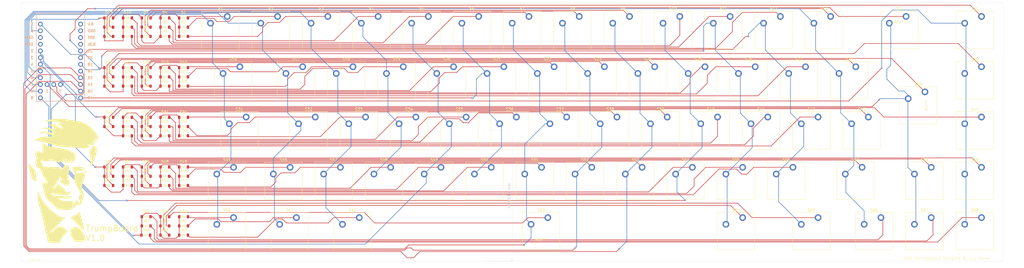
<source format=kicad_pcb>
(kicad_pcb (version 20240108) (generator "pcbnew") (generator_version "8.0")
  (layers (0 "F.Cu" signal) (31 "B.Cu" signal) (34 "B.Paste" user) (35 "F.Paste" user) (36 "B.SilkS" user "B.Silkscreen") (37 "F.SilkS" user "F.Silkscreen") (38 "B.Mask" user) (39 "F.Mask" user) (44 "Edge.Cuts" user))
  (net 0 "")
  (net 1 "Net-(D1-A)")
  (net 2 "Row 0")
  (net 3 "Net-(D2-A)")
  (net 4 "Net-(D3-A)")
  (net 5 "Net-(D4-A)")
  (net 6 "Net-(D5-A)")
  (net 7 "Net-(D6-A)")
  (net 8 "Net-(D7-A)")
  (net 9 "Net-(D8-A)")
  (net 10 "Net-(D9-A)")
  (net 11 "Net-(D10-A)")
  (net 12 "Net-(D11-A)")
  (net 13 "Net-(D12-A)")
  (net 14 "Net-(D13-A)")
  (net 15 "Net-(D14-A)")
  (net 16 "Net-(D15-A)")
  (net 17 "Net-(D16-A)")
  (net 18 "Row 1")
  (net 19 "Net-(D17-A)")
  (net 20 "Net-(D18-A)")
  (net 21 "Net-(D19-A)")
  (net 22 "Net-(D20-A)")
  (net 23 "Net-(D21-A)")
  (net 24 "Net-(D22-A)")
  (net 25 "Net-(D23-A)")
  (net 26 "Net-(D24-A)")
  (net 27 "Net-(D25-A)")
  (net 28 "Net-(D26-A)")
  (net 29 "Net-(D27-A)")
  (net 30 "Net-(D28-A)")
  (net 31 "Net-(D29-A)")
  (net 32 "Net-(D30-A)")
  (net 33 "Row 2")
  (net 34 "Net-(D31-A)")
  (net 35 "Net-(D32-A)")
  (net 36 "Net-(D33-A)")
  (net 37 "Net-(D34-A)")
  (net 38 "Net-(D35-A)")
  (net 39 "Net-(D36-A)")
  (net 40 "Net-(D37-A)")
  (net 41 "Net-(D38-A)")
  (net 42 "Net-(D39-A)")
  (net 43 "Net-(D40-A)")
  (net 44 "Net-(D41-A)")
  (net 45 "Net-(D42-A)")
  (net 46 "Net-(D43-A)")
  (net 47 "Net-(D44-A)")
  (net 48 "Row 3")
  (net 49 "Net-(D45-A)")
  (net 50 "Net-(D46-A)")
  (net 51 "Net-(D47-A)")
  (net 52 "Net-(D48-A)")
  (net 53 "Net-(D49-A)")
  (net 54 "Net-(D50-A)")
  (net 55 "Net-(D51-A)")
  (net 56 "Net-(D52-A)")
  (net 57 "Net-(D53-A)")
  (net 58 "Net-(D54-A)")
  (net 59 "Net-(D55-A)")
  (net 60 "Net-(D56-A)")
  (net 61 "Net-(D57-A)")
  (net 62 "Net-(D58-A)")
  (net 63 "Row 4")
  (net 64 "Net-(D59-A)")
  (net 65 "Net-(D60-A)")
  (net 66 "Net-(D61-A)")
  (net 67 "Net-(D62-A)")
  (net 68 "Net-(D63-A)")
  (net 69 "Net-(D64-A)")
  (net 70 "Net-(D65-A)")
  (net 71 "Net-(D66-A)")
  (net 72 "Column 0")
  (net 73 "Column 1")
  (net 74 "Column 2")
  (net 75 "Column 3")
  (net 76 "Column 4")
  (net 77 "Column 5")
  (net 78 "Column 6")
  (net 79 "Column 7")
  (net 80 "Column 8")
  (net 81 "Column 9")
  (net 82 "Column 10")
  (net 83 "Column 11")
  (net 84 "Column 12")
  (net 85 "Column 13")
  (net 86 "Column 14")
  (net 94 "Net-(D67-A)")
  (net 95 "Net-(D68-A)")
  (footprint "ScottoKeebs_MX:MX_PCB_1.00u" (layer "F.Cu") (at 162.6275 141.81625)
    (property "Reference" "S48")
    (property "Value" "Keyswitch")
  )
  (footprint "ScottoKeebs_Components:Diode_SOD-123" (layer "F.Cu") (at 58.365 121.29125)
    (property "Reference" "D44")
    (property "Value" "Diode")
  )
  (footprint "ScottoKeebs_Components:Diode_SOD-123" (layer "F.Cu") (at 72.5275 98.96625)
    (property "Reference" "D22")
    (property "Value" "Diode")
  )
  (footprint "ScottoKeebs_MX:MX_PCB_1.00u" (layer "F.Cu") (at 243.59 103.71625)
    (property "Reference" "S23")
    (property "Value" "Keyswitch")
  )
  (footprint "ScottoKeebs_MX:MX_PCB_1.00u" (layer "F.Cu") (at 262.64 103.71625)
    (property "Reference" "S24")
    (property "Value" "Keyswitch")
  )
  (footprint "ScottoKeebs_MX:MX_PCB_1.00u" (layer "F.Cu") (at 291.215 84.66625)
    (property "Reference" "S11")
    (property "Value" "Keyswitch")
  )
  (footprint "ScottoKeebs_Components:Diode_SOD-123" (layer "F.Cu") (at 65.44625 136.61625)
    (property "Reference" "D54")
    (property "Value" "Diode")
  )
  (footprint "ScottoKeebs_MX:MX_PCB_1.00u" (layer "F.Cu") (at 386.465 103.71625)
    (property "Reference" "S30")
    (property "Value" "Keyswitch")
  )
  (footprint "ScottoKeebs_Components:Diode_SOD-123" (layer "F.Cu") (at 86.69 143.61625)
    (property "Reference" "D47")
    (property "Value" "Diode")
  )
  (footprint "ScottoKeebs_MX:MX_PCB_1.00u" (layer "F.Cu") (at 234.065 84.66625)
    (property "Reference" "S8")
    (property "Value" "Keyswitch")
  )
  (footprint "ScottoKeebs_Components:Diode_SOD-123" (layer "F.Cu") (at 65.446251 124.79125)
    (property "Reference" "D42")
    (property "Value" "Diode")
  )
  (footprint "ScottoKeebs_MX:MX_PCB_1.00u" (layer "F.Cu") (at 238.8275 141.81625)
    (property "Reference" "S52")
    (property "Value" "Keyswitch")
  )
  (footprint "ScottoKeebs_MX:MX_PCB_1.00u" (layer "F.Cu") (at 143.5775 141.81625)
    (property "Reference" "S47")
    (property "Value" "Keyswitch")
  )
  (footprint "ScottoKeebs_MX:MX_PCB_1.00u" (layer "F.Cu") (at 295.9775 141.81625)
    (property "Reference" "S55")
    (property "Value" "Keyswitch")
  )
  (footprint "ScottoKeebs_Components:Diode_SOD-123" (layer "F.Cu") (at 86.69 87.14125)
    (property "Reference" "D3")
    (property "Value" "Diode")
  )
  (footprint "ScottoKeebs_Components:Diode_SOD-123" (layer "F.Cu") (at 58.365 105.96625)
    (property "Reference" "D30")
    (property "Value" "Diode")
  )
  (footprint "ScottoKeebs_Components:Diode_SOD-123" (layer "F.Cu") (at 72.5275 83.64125)
    (property "Reference" "D8")
    (property "Value" "Diode")
  )
  (footprint "ScottoKeebs_MX:MX_PCB_1.00u" (layer "F.Cu") (at 386.465 141.81625)
    (property "Reference" "S59")
    (property "Value" "Keyswitch")
  )
  (footprint "ScottoKeebs_MX:MX_PCB_1.00u" (layer "F.Cu") (at 319.79 103.71625)
    (property "Reference" "S27")
    (property "Value" "Keyswitch")
  )
  (footprint "ScottoKeebs_Components:Diode_SOD-123" (layer "F.Cu") (at 79.60875 136.61625)
    (property "Reference" "D48")
    (property "Value" "Diode")
  )
  (footprint "ScottoKeebs_Components:Diode_SOD-123" (layer "F.Cu") (at 86.69 121.29125)
    (property "Reference" "D32")
    (property "Value" "Diode")
  )
  (footprint "ScottoKeebs_Components:Diode_SOD-123" (layer "F.Cu") (at 79.60875 162.44125)
    (property "Reference" "D65")
    (property "Value" "Diode")
  )
  (footprint "ScottoKeebs_Components:Diode_SOD-123" (layer "F.Cu") (at 65.44625 98.96625)
    (property "Reference" "D25")
    (property "Value" "Diode")
  )
  (footprint "ScottoKeebs_MX:MX_PCB_1.00u" (layer "F.Cu") (at 148.34 103.71625)
    (property "Reference" "S18")
    (property "Value" "Keyswitch")
  )
  (footprint "ScottoKeebs_Components:Diode_SOD-123" (layer "F.Cu") (at 79.60875 155.44125)
    (property "Reference" "D63")
    (property "Value" "Diode")
  )
  (footprint "ScottoKeebs_Components:Diode_SOD-123" (layer "F.Cu") (at 86.69 155.44125)
    (property "Reference" "D60")
    (property "Value" "Diode")
  )
  (footprint "ScottoKeebs_Components:Diode_SOD-123" (layer "F.Cu") (at 58.365 98.96625)
    (property "Reference" "D28")
    (property "Value" "Diode")
  )
  (footprint "ScottoKeebs_MX:MX_PCB_1.00u" (layer "F.Cu") (at 176.915 84.66625)
    (property "Reference" "S5")
    (property "Value" "Keyswitch")
  )
  (footprint "ScottoKeebs_Components:Diode_SOD-123" (layer "F.Cu") (at 86.69 162.44125)
    (property "Reference" "D62")
    (property "Value" "Diode")
  )
  (footprint "ScottoKeebs_Components:Diode_SOD-123" (layer "F.Cu") (at 72.5275 80.14125)
    (property "Reference" "D7")
    (property "Value" "Diode")
  )
  (footprint "ScottoKeebs_Components:Diode_SOD-123" (layer "F.Cu") (at 58.365 143.61625)
    (property "Reference" "D59")
    (property "Value" "Diode")
  )
  (footprint "ScottoKeebs_MX:MX_PCB_1.00u" (layer "F.Cu") (at 324.5525 122.76625)
    (property "Reference" "S42")
    (property "Value" "Keyswitch")
  )
  (footprint "ScottoKeebs_MCU:Nice_Nano_V2" (layer "F.Cu") (at 40.07 96.17125)
    (property "Reference" "U1" (hide yes))
    (property "Value" "Nice_Nano_V2" (hide yes))
  )
  (footprint "ScottoKeebs_MX:MX_PCB_1.00u" (layer "F.Cu") (at 272.165 84.66625)
    (property "Reference" "S10")
    (property "Value" "Keyswitch")
  )
  (footprint "ScottoKeebs_MX:MX_PCB_1.00u" (layer "F.Cu") (at 281.69 103.71625)
    (property "Reference" "S25")
    (property "Value" "Keyswitch")
  )
  (footprint "ScottoKeebs_MX:MX_PCB_1.75u" (layer "F.Cu") (at 107.85875 122.76625)
    (property "Reference" "S31")
    (property "Value" "Keyswitch")
  )
  (footprint "ScottoKeebs_Components:Diode_SOD-123" (layer "F.Cu") (at 79.60875 102.46625)
    (property "Reference" "D20")
    (property "Value" "Diode")
  )
  (footprint "ScottoKeebs_Components:Diode_SOD-123" (layer "F.Cu") (at 72.5275 87.14125)
    (property "Reference" "D9")
    (property "Value" "Diode")
  )
  (footprint "ScottoKeebs_MX:MX_PCB_1.00u" (layer "F.Cu") (at 315.0275 141.81625)
    (property "Reference" "S56")
    (property "Value" "Keyswitch")
  )
  (footprint "ScottoKeebs_Components:Diode_SOD-123" (layer "F.Cu") (at 86.69 140.11625)
    (property "Reference" "D46")
    (property "Value" "Diode")
  )
  (footprint "ScottoKeebs_MX:MX_PCB_1.00u" (layer "F.Cu") (at 310.265 84.66625)
    (property "Reference" "S12")
    (property "Value" "Keyswitch")
  )
  (footprint "ScottoKeebs_MX:MX_PCB_1.00u" (layer "F.Cu") (at 157.865 84.66625)
    (property "Reference" "S4")
    (property "Value" "Keyswitch")
  )
  (footprint "ScottoKeebs_MX:MX_PCB_6.25u" (layer "F.Cu") (at 222.15875 160.86625)
    (property "Reference" "S63")
    (property "Value" "Keyswitch")
  )
  (footprint "ScottoKeebs_MX:MX_PCB_1.00u" (layer "F.Cu") (at 205.49 103.71625)
    (property "Reference" "S21")
    (property "Value" "Keyswitch")
  )
  (footprint "ScottoKeebs_MX:MX_PCB_1.00u" (layer "F.Cu") (at 119.765 84.66625)
    (property "Reference" "S2")
    (property "Value" "Keyswitch")
  )
  (footprint "ScottoKeebs_MX:MX_PCB_1.00u" (layer "F.Cu") (at 229.3025 122.76625)
    (property "Reference" "S37")
    (property "Value" "Keyswitch")
  )
  (footprint "ScottoKeebs_MX:MX_PCB_1.00u" (layer "F.Cu") (at 153.1025 122.76625)
    (property "Reference" "S33")
    (property "Value" "Keyswitch")
  )
  (footprint "ScottoKeebs_MX:MX_PCB_1.50u" (layer "F.Cu") (at 105.4775 103.71625)
    (property "Reference" "S16")
    (property "Value" "Keyswitch")
  )
  (footprint "ScottoKeebs_MX:MX_PCB_1.00u" (layer "F.Cu") (at 138.815 84.66625)
    (property "Reference" "S3")
    (property "Value" "Keyswitch")
  )
  (footprint "ScottoKeebs_MX:MX_PCB_1.00u" (layer "F.Cu") (at 305.5025 122.76625)
    (property "Reference" "S41")
    (property "Value" "Keyswitch")
  )
  (footprint "MountingHole:MountingHole_2.2mm_M2" (layer "F.Cu") (at 395.63 170.82)
    (property "Reference" "REF**" (hide yes))
    (property "Value" "MountingHole_2.2mm_M2")
  )
  (footprint "ScottoKeebs_MX:MX_PCB_1.00u" (layer "F.Cu") (at 215.015 84.66625)
    (property "Reference" "S7")
    (property "Value" "Keyswitch")
  )
  (footprint "ScottoKeebs_MX:MX_PCB_1.00u" (layer "F.Cu") (at 134.0525 122.76625)
    (property "Reference" "S32")
    (property "Value" "Keyswitch")
  )
  (footprint "ScottoKeebs_MX:MX_PCB_1.00u" (layer "F.Cu") (at 172.1525 122.76625)
    (property "Reference" "S34")
    (property "Value" "Keyswitch")
  )
  (footprint "ScottoKeebs_Components:Diode_SOD-123" (layer "F.Cu") (at 86.69 158.94125)
    (property "Reference" "D61")
    (property "Value" "Diode")
  )
  (footprint "ScottoKeebs_Components:Diode_SOD-123" (layer "F.Cu") (at 72.5275 121.29125)
    (property "Reference" "D38")
    (property "Value" "Diode")
  )
  (footprint "ScottoKeebs_Components:Diode_SOD-123" (layer "F.Cu") (at 79.60875 143.61625)
    (property "Reference" "D50")
    (property "Value" "Diode")
  )
  (footprint "ScottoKeebs_MX:MX_PCB_1.00u" (layer "F.Cu") (at 248.3525 122.76625)
    (property "Reference" "S38")
    (property "Value" "Keyswitch")
  )
  (footprint "ScottoKeebs_MX:MX_PCB_1.00u" (layer "F.Cu") (at 124.5275 141.81625)
    (property "Reference" "S46")
    (property "Value" "Keyswitch")
  )
  (footprint "ScottoKeebs_Components:Diode_SOD-123" (layer "F.Cu") (at 58.365 117.79125)
    (property "Reference" "D43")
    (property "Value" "Diode")
  )
  (footprint "ScottoKeebs_Components:Diode_SOD-123" (layer "F.Cu") (at 86.69 105.96625)
    (property "Reference" "D18")
    (property "Value" "Diode")
  )
  (footprint "ScottoKeebs_Components:Diode_SOD-123" (layer "F.Cu") (at 72.5275 158.94125)
    (property "Reference" "D67")
    (property "Value" "Diode")
  )
  (footprint "ScottoKeebs_Components:Diode_SOD-123" (layer "F.Cu") (at 79.60875 124.79125)
    (property "Reference" "D36")
    (property "Value" "Diode")
  )
  (footprint "ScottoKeebs_Components:Diode_SOD-123" (layer "F.Cu") (at 72.5275 105.96625)
    (property "Reference" "D24")
    (property "Value" "Diode")
  )
  (footprint "ScottoKeebs_MX:MX_PCB_1.00u" (layer "F.Cu") (at 167.39 103.71625)
    (property "Reference" "S19")
    (property "Value" "Keyswitch")
  )
  (footprint "ScottoKeebs_Components:Diode_SOD-123" (layer "F.Cu") (at 72.5275 124.79125)
    (property "Reference" "D39")
    (property "Value" "Diode")
  )
  (footprint "ScottoKeebs_Components:Diode_SOD-123" (layer "F.Cu") (at 86.69 124.79125)
    (property "Reference" "D33")
    (property "Value" "Diode")
  )
  (footprint "ScottoKeebs_Components:Diode_SOD-123" (layer "F.Cu") (at 79.60875 105.96625)
    (property "Reference" "D21")
    (property "Value" "Diode")
  )
  (footprint "ScottoKeebs_Components:Diode_SOD-123" (layer "F.Cu") (at 72.5275 136.61625)
    (property "Reference" "D51")
    (property "Value" "Diode")
  )
  (footprint "ScottoKeebs_MX:MX_PCB_1.00u" (layer "F.Cu") (at 100.715 84.66625)
    (property "Reference" "S1")
    (property "Value" "Keyswitch")
  )
  (footprint "ScottoKeebs_MX:MX_PCB_1.00u" (layer "F.Cu") (at 286.4525 122.76625)
    (property "Reference" "S40")
    (property "Value" "Keyswitch")
  )
  (footprint "ScottoKeebs_Components:Diode_SOD-123" (layer "F.Cu") (at 86.69 98.96625)
    (property "Reference" "D16")
    (property "Value" "Diode")
  )
  (footprint "ScottoKeebs_Stabilizer:Stabilizer_MX_2.00u" (layer "F.Cu") (at 365.03375 113.24125 -90)
    (property "Reference" "REF**")
    (property "Value" "Stabilizer_MX_2.00u")
  )
  (footprint "ScottoKeebs_Components:Diode_SOD-123" (layer "F.Cu") (at 79.60875 158.94125)
    (property "Reference" "D64")
    (property "Value" "Diode")
  )
  (footprint "ScottoKeebs_MX:MX_PCB_1.00u" (layer "F.Cu") (at 224.54 103.71625)
    (property "Reference" "S22")
    (property "Value" "Keyswitch")
  )
  (footprint "ScottoKeebs_Components:Diode_SOD-123" (layer "F.Cu") (at 86.69 117.79125)
    (property "Reference" "D31")
    (property "Value" "Diode")
  )
  (footprint "ScottoKeebs_Components:Diode_SOD-123" (layer "F.Cu") (at 65.44625 80.14125)
    (property "Reference" "D10")
    (property "Value" "Diode")
  )
  (footprint "ScottoKeebs_MX:MX_PCB_1.00u" (layer "F.Cu") (at 386.465 160.86625)
    (property "Reference" "S68")
    (property "Value" "Keyswitch")
  )
  (footprint "ScottoKeebs_Components:Diode_SOD-123" (layer "F.Cu") (at 79.60875 140.11625)
    (property "Reference" "D49")
    (property "Value" "Diode")
  )
  (footprint "ScottoKeebs_MX:MX_PCB_1.00u" (layer "F.Cu") (at 343.6025 122.76625)
    (property "Reference" "S43")
    (property "Value" "Keyswitch")
  )
  (footprint "ScottoKeebs_MX:MX_PCB_1.00u" (layer "F.Cu") (at 181.6775 141.81625)
    (property "Reference" "S49")
    (property "Value" "Keyswitch")
  )
  (footprint "ScottoKeebs_Stabilizer:Stabilizer_MX_2.00u" (layer "F.Cu") (at 357.89 84.66625)
    (property "Reference" "REF**")
    (property "Value" "Stabilizer_MX_2.00u")
  )
  (footprint "ScottoKeebs_MX:MX_PCB_1.00u" (layer "F.Cu") (at 129.29 103.71625)
    (property "Reference" "S17")
    (property "Value" "Keyswitch")
  )
  (footprint "MountingHole:MountingHole_2.2mm_M2" (layer "F.Cu") (at 26.63 170.82)
    (property "Reference" "2.2mm, M2")
    (property "Value" "MountingHole_2.2mm_M2")
  )
  (footprint "ScottoKeebs_Components:Diode_SOD-123" (layer "F.Cu") (at 72.5275 155.44125)
    (property "Reference" "D66")
    (property "Value" "Diode")
  )
  (footprint "ScottoKeebs_MX:MX_PCB_1.00u" (layer "F.Cu") (at 257.8775 141.81625)
    (property "Reference" "S53")
    (property "Value" "Keyswitch")
  )
  (footprint "ScottoKeebs_Components:Diode_SOD-123" (layer "F.Cu") (at 58.365 83.64125)
    (property "Reference" "D14")
    (property "Value" "Diode")
  )
  (footprint "ScottoKeebs_Components:Diode_SOD-123" (layer "F.Cu") (at 65.44625 117.79125)
    (property "Reference" "D40")
    (property "Value" "Diode")
  )
  (footprint "MountingHole:MountingHole_2.2mm_M2" (layer "F.Cu") (at 200.7275 122.76625)
    (property "Reference" "REF**" (hide yes))
    (property "Value" "MountingHole_2.2mm_M2")
  )
  (footprint "ScottoKeebs_Components:Diode_SOD-123" (layer "F.Cu") (at 72.5275 117.79125)
    (property "Reference" "D37")
    (property "Value" "Diode")
  )
  (footprint "ScottoKeebs_Components:Diode_SOD-123" (layer "F.Cu") (at 79.60875 80.14125)
    (property "Reference" "D4")
    (property "Value" "Diode")
  )
  (footprint "ScottoKeebs_MX:MX_PCB_1.25u" (layer "F.Cu") (at 103.09625 141.81625)
    (property "Reference" "S45")
    (property "Value" "Keyswitch")
  )
  (footprint "ScottoKeebs_MX:MX_PCB_1.75u" (layer "F.Cu") (at 341.22125 141.81625)
    (property "Reference" "S57")
    (property "Value" "Keyswitch")
  )
  (footprint "ScottoKeebs_Components:Diode_SOD-123" (layer "F.Cu") (at 65.44625 140.11625)
    (property "Reference" "D55")
    (property "Value" "Diode")
  )
  (footprint "ScottoKeebs_MX:MX_PCB_1.00u" (layer "F.Cu") (at 367.415 141.81625)
    (property "Reference" "S58")
    (property "Value" "Keyswitch")
  )
  (footprint "ScottoKeebs_Components:Diode_SOD-123" (layer "F.Cu") (at 65.446251 121.29125)
    (property "Reference" "D41")
    (property "Value" "Diode")
  )
  (footprint "ScottoKeebs_Components:Diode_SOD-123" (layer "F.Cu") (at 86.69 136.61625)
    (property "Reference" "D45")
    (property "Value" "Diode")
  )
  (footprint "ScottoKeebs_MX:MX_Plate_ISOEnter" (layer "F.Cu") (at 365.03375 113.24125)
    (property "Reference" "S29")
    (property "Value" "Keyswitch")
  )
  (footprint "ScottoKeebs_MX:MX_PCB_1.00u" (layer "F.Cu") (at 338.84 103.71625)
    (property "Reference" "S28")
    (property "Value" "Keyswitch")
  )
  (footprint "ScottoKeebs_MX:MX_PCB_1.00u" (layer "F.Cu") (at 210.2525 122.76625)
    (property "Reference" "S36")
    (property "Value" "Keyswitch")
  )
  (footprint "MountingHole:MountingHole_2.2mm_M2" (layer "F.Cu") (at 26.63 75.82)
    (property "Reference" "REF**" (hide yes))
    (property "Value" "MountingHole_2.2mm_M2")
  )
  (footprint "ScottoKeebs_Components:Diode_SOD-123" (layer "F.Cu") (at 72.3775 162.44125)
    (property "Reference" "D68")
    (property "Value" "Diode")
  )
  (footprint "ScottoKeebs_MX:MX_PCB_1.00u" (layer "F.Cu") (at 195.965 84.66625)
    (property "Reference" "S6")
    (property "Value" "Keyswitch")
  )
  (footprint "ScottoKeebs_MX:MX_PCB_1.25u" (layer "F.Cu") (at 103.09625 160.86625)
    (property "Reference" "S60")
    (property "Value" "Keyswitch")
  )
  (footprint "ScottoKeebs_Components:Diode_SOD-123" (layer "F.Cu") (at 86.69 80.14125)
    (property "Reference" "D1")
    (property "Value" "Diode")
  )
  (footprint "ScottoKeebs_Components:Diode_SOD-123" (layer "F.Cu") (at 79.60875 83.64125)
    (property "Reference" "D5")
    (property "Value" "Diode")
  )
  (footprint "ScottoKeebs_Components:Diode_SOD-123" (layer "F.Cu") (at 72.5275 140.11625)
    (property "Reference" "D52")
    (property "Value" "Diode")
  )
  (footprint "ScottoKeebs_MX:MX_PCB_1.00u" (layer "F.Cu") (at 386.465 122.76625)
    (property "Reference" "S44")
    (property "Value" "Keyswitch")
  )
  (footprint "ScottoKeebs_MX:MX_PCB_1.00u" (layer "F.Cu") (at 300.74 103.71625)
    (property "Reference" "S26")
    (property "Value" "Keyswitch")
  )
  (footprint "ScottoKeebs_MX:MX_PCB_1.00u" (layer "F.Cu") (at 329.315 84.66625)
    (property "Reference" "S13")
    (property "Value" "Keyswitch")
  )
  (footprint "ScottoKeebs_Components:Diode_SOD-123" (layer "F.Cu") (at 58.365 136.61625)
    (property "Reference" "D57")
    (property "Value" "Diode")
  )
  (footprint "ScottoKeebs_Components:Diode_SOD-123" (layer "F.Cu") (at 72.5275 102.46625)
    (property "Reference" "D23")
    (property "Value" "Diode")
  )
  (footprint "ScottoKeebs_Components:Diode_SOD-123" (layer "F.Cu") (at 79.60875 87.14125)
    (property "Reference" "D6")
    (property "Value" "Diode")
  )
  (footprint "ScottoKeebs_MX:MX_PCB_1.00u" (layer "F.Cu") (at 267.4025 122.76625)
    (property "Reference" "S39")
    (property "Value" "Keyswitch")
  )
  (footprint "ScottoKeebs_Components:Diode_SOD-123" (layer "F.Cu") (at 86.69 102.46625)
    (property "Reference" "D17")
    (property "Value" "Diode")
  )
  (footprint "ScottoKeebs_MX:MX_PCB_1.50u" (layer "F.Cu") (at 295.9775 160.86625)
    (property "Reference" "S64")
    (property "Value" "Keyswitch")
  )
  (footprint "ScottoKeebs_MX:MX_PCB_1.00u" (layer "F.Cu") (at 348.365 160.86625)
    (property "Reference" "S66")
    (property "Value" "Keyswitch")
  )
  (footprint "ScottoKeebs_MX:MX_PCB_1.25u" (layer "F.Cu") (at 126.90875 160.86625)
    (property "Reference" "S61")
    (property "Value" "Keyswitch")
  )
  (footprint "MountingHole:MountingHole_2.2mm_M2" (layer "F.Cu") (at 395.63 75.82)
    (property "Reference" "REF**" (hide yes))
    (property "Value" "MountingHole_2.2mm_M2")
  )
  (footprint "ScottoKeebs_Components:Diode_SOD-123" (layer "F.Cu") (at 72.5275 143.61625)
    (property "Reference" "D53")
    (property "Value" "Diode")
  )
  (footprint "ScottoKeebs_MX:MX_PCB_2.00u" (layer "F.Cu") (at 357.89 84.66625)
    (property "Reference" "S14")
    (property "Value" "Keyswitch")
  )
  (footprint "ScottoKeebs_MX:MX_PCB_1.50u" (layer "F.Cu") (at 324.5525 160.86625)
    (property "Reference" "S65")
    (property "Value" "Keyswitch")
  )
  (footprint "ScottoKeebs_MX:MX_PCB_1.00u" (layer "F.Cu") (at 386.465 84.66625)
    (property "Reference" "S15")
    (property "Value" "Keyswitch")
  )
  (footprint "ScottoKeebs_MX:MX_PCB_1.25u" (layer "F.Cu") (at 150.72125 160.86625)
    (property "Reference" "S62")
    (property "Value" "Keyswitch")
  )
  (footprint "ScottoKeebs_Components:Diode_SOD-123" (layer "F.Cu") (at 79.60875 121.29125)
    (property "Reference" "D35")
    (property "Value" "Diode")
  )
  (footprint "ScottoKeebs_Components:Diode_SOD-123" (layer "F.Cu") (at 58.365 102.46625)
    (property "Reference" "D29")
    (property "Value" "Diode")
  )
  (footprint "ScottoKeebs_Components:Diode_SOD-123" (layer "F.Cu") (at 65.44625 87.14125)
    (property "Reference" "D12")
    (property "Value" "Diode")
  )
  (footprint "ScottoKeebs_MX:MX_PCB_1.00u" (layer "F.Cu") (at 253.115 84.66625)
    (property "Reference" "S9")
    (property "Value" "Keyswitch")
  )
  (footprint "ScottoKeebs_Components:Diode_SOD-123" (layer "F.Cu") (at 65.44625 102.46625)
    (property "Reference" "D26")
    (property "Value" "Diode")
  )
  (footprint "ScottoKeebs_Components:Diode_SOD-123" (layer "F.Cu") (at 58.365 87.14125)
    (property "Reference" "D15")
    (property "Value" "Diode")
  )
  (footprint "ScottoKeebs_Components:Diode_SOD-123" (layer "F.Cu") (at 79.60875 117.79125)
    (property "Reference" "D34")
    (property "Value" "Diode")
  )
  (footprint "ScottoKeebs_MX:MX_PCB_1.00u" (layer "F.Cu") (at 200.7275 141.81625)
    (property "Reference" "S50")
    (property "Value" "Keyswitch")
  )
  (footprint "ScottoKeebs_Components:Diode_SOD-123" (layer "F.Cu") (at 65.44625 83.64125)
    (property "Reference" "D11")
    (property "Value" "Diode")
  )
  (footprint "ScottoKeebs_MX:MX_PCB_1.00u" (layer "F.Cu") (at 367.415 160.86625)
    (property "Reference" "S67")
    (property "Value" "Keyswitch")
  )
  (footprint "ScottoKeebs_Stabilizer:Stabilizer_MX_6.25u" (layer "F.Cu") (at 222.15875 162.16625 180)
    (property "Reference" "REF**")
    (property "Value" "Stabilizer_MX_6.25u")
  )
  (footprint "ScottoKeebs_MX:MX_PCB_1.00u" (layer "F.Cu") (at 191.2025 122.76625)
    (property "Reference" "S35")
    (property "Value" "Keyswitch")
  )
  (footprint "ScottoKeebs_MX:MX_PCB_1.00u" (layer "F.Cu") (at 186.44 103.71625)
    (property "Reference" "S20")
    (property "Value" "Keyswitch")
  )
  (footprint "LOGO" (layer "F.Cu") (at 41.13 141.82)
    (property "Reference" "G***" (hide yes))
    (property "Value" "LOGO" (hide yes))
  )
  (footprint "ScottoKeebs_Components:Diode_SOD-123" (layer "F.Cu") (at 65.44625 143.61625)
    (property "Reference" "D56")
    (property "Value" "Diode")
  )
  (footprint "ScottoKeebs_Components:Diode_SOD-123" (layer "F.Cu") (at 79.60875 98.96625)
    (property "Reference" "D19")
    (property "Value" "Diode")
  )
  (footprint "ScottoKeebs_Components:Diode_SOD-123" (layer "F.Cu") (at 58.365 80.14125)
    (property "Reference" "D13")
    (property "Value" "Diode")
  )
  (footprint "ScottoKeebs_MX:MX_PCB_1.00u" (layer "F.Cu") (at 276.9275 141.81625)
    (property "Reference" "S54")
    (property "Value" "Keyswitch")
  )
  (footprint "ScottoKeebs_Components:Diode_SOD-123" (layer "F.Cu") (at 58.365 140.11625)
    (property "Reference" "D58")
    (property "Value" "Diode")
  )
  (footprint "ScottoKeebs_MX:MX_PCB_1.00u" (layer "F.Cu") (at 219.7775 141.81625)
    (property "Reference" "S51")
    (property "Value" "Keyswitch")
  )
  (footprint "ScottoKeebs_Components:Diode_SOD-123" (layer "F.Cu") (at 86.69 83.64125)
    (property "Reference" "D2")
    (property "Value" "Diode")
  )
  (footprint "ScottoKeebs_Components:Diode_SOD-123" (layer "F.Cu") (at 65.44625 105.96625)
    (property "Reference" "D27")
    (property "Value" "Diode")
  )
  (gr_line (start 397.13 172.32) (end 25.13 172.32) (stroke (width 0.05)) (layer "Edge.Cuts"))
  (gr_line (start 397.19 74.32) (end 397.13 172.32) (stroke (width 0.05)) (layer "Edge.Cuts"))
  (gr_line (start 397.19 74.32) (end 25.19 74.32) (stroke (width 0.05)) (layer "Edge.Cuts"))
  (gr_line (start 25.13 172.32) (end 25.19 74.32) (stroke (width 0.05)) (layer "Edge.Cuts"))
  (gr_text "65% ISO Keyboard Designed By Guy Horne" (at 359.63 171.82 0) (layer "F.SilkS") (effects (font (size 1 1) (thickness 0.1)) (justify left bottom)))
  (gr_text "TrumpBoard\nV1.0" (at 49.433977 164.802894 0) (layer "F.SilkS") (effects (font (size 2.25 2.25) (thickness 0.3) (bold yes)) (justify left bottom)))
  (dimension (type aligned) (layer "Edge.Cuts") (pts (xy 200.7275 122.76625) (xy 200.63 172.32)) (height -10.499979) (gr_text "49.5538 mm" (at 210.028711 147.561521 89.88726723) (layer "Edge.Cuts") (effects (font (size 1 1) (thickness 0.15)))) (format (prefix "") (suffix "") (units 3) (units_format 1) (precision 4)) (style (thickness 0.05) (arrow_length 1.27) (text_position_mode 0) (extension_height 0.58642) (extension_offset 0.5) keep_text_aligned))
  (segment (start 88.895 79.58625) (end 88.34 80.14125) (width 0.2) (layer "F.Cu") (net 1))
  (segment (start 103.255 79.58625) (end 88.895 79.58625) (width 0.2) (layer "F.Cu") (net 1))
  (segment (start 56.715 83.64125) (end 56.715 80.14125) (width 0.2) (layer "F.Cu") (net 2))
  (segment (start 77.95875 79.3725) (end 78.69 78.64125) (width 0.2) (layer "F.Cu") (net 2))
  (segment (start 63.79625 88.82) (end 63.79625 87.14125) (width 0.2) (layer "F.Cu") (net 2))
  (segment (start 77.95875 87.14125) (end 77.95875 83.64125) (width 0.2) (layer "F.Cu") (net 2))
  (segment (start 64.01125 78.82) (end 69.55625 78.82) (width 0.2) (layer "F.Cu") (net 2))
  (segment (start 70.8775 83.64125) (end 70.8775 87.14125) (width 0.2) (layer "F.Cu") (net 2))
  (segment (start 77.95875 80.14125) (end 77.95875 83.64125) (width 0.2) (layer "F.Cu") (net 2))
  (segment (start 56.715 87.14125) (end 56.715 83.64125) (width 0.2) (layer "F.Cu") (net 2))
  (segment (start 83.54 78.64125) (end 85.04 80.14125) (width 0.2) (layer "F.Cu") (net 2))
  (segment (start 85.04 83.64125) (end 85.04 87.14125) (width 0.2) (layer "F.Cu") (net 2))
  (segment (start 77.95875 80.14125) (end 77.95875 79.3725) (width 0.2) (layer "F.Cu") (net 2))
  (segment (start 56.715 87.14125) (end 56.715 88.82) (width 0.2) (layer "F.Cu") (net 2))
  (segment (start 70.8775 87.14125) (end 70.8775 88.82875) (width 0.2) (layer "F.Cu") (net 2))
  (segment (start 85.04 80.14125) (end 85.04 83.64125) (width 0.2) (layer "F.Cu") (net 2))
  (segment (start 75.45875 89.64125) (end 77.95875 87.14125) (width 0.2) (layer "F.Cu") (net 2))
  (segment (start 56.715 88.82) (end 63.79625 88.82) (width 0.2) (layer "F.Cu") (net 2))
  (segment (start 70.8775 80.14125) (end 70.8775 83.64125) (width 0.2) (layer "F.Cu") (net 2))
  (segment (start 55.13 80.32) (end 55.30875 80.14125) (width 0.2) (layer "F.Cu") (net 2))
  (segment (start 69.55625 78.82) (end 70.8775 80.14125) (width 0.2) (layer "F.Cu") (net 2))
  (segment (start 71.69 89.64125) (end 75.45875 89.64125) (width 0.2) (layer "F.Cu") (net 2))
  (segment (start 63.79625 80.14125) (end 63.79625 79.035) (width 0.2) (layer "F.Cu") (net 2))
  (segment (start 55.30875 80.14125) (end 56.715 80.14125) (width 0.2) (layer "F.Cu") (net 2))
  (segment (start 63.79625 83.64125) (end 63.79625 80.14125) (width 0.2) (layer "F.Cu") (net 2))
  (segment (start 63.79625 79.035) (end 64.01125 78.82) (width 0.2) (layer "F.Cu") (net 2))
  (segment (start 63.79625 87.14125) (end 63.79625 83.64125) (width 0.2) (layer "F.Cu") (net 2))
  (segment (start 78.69 78.64125) (end 83.54 78.64125) (width 0.2) (layer "F.Cu") (net 2))
  (segment (start 70.8775 88.82875) (end 71.69 89.64125) (width 0.2) (layer "F.Cu") (net 2))
  (segment (start 54.63 80.32) (end 55.13 80.32) (width 0.2) (layer "F.Cu") (net 2))
  (via (at 54.63 80.32) (size 0.6) (drill 0.3) (layers "F.Cu" "B.Cu") (net 2))
  (segment (start 29.19 85.14125) (end 29.19 80.64125) (width 0.2) (layer "B.Cu") (net 2))
  (segment (start 29.31 85.02125) (end 29.19 85.14125) (width 0.2) (layer "B.Cu") (net 2))
  (segment (start 54.30875 80.64125) (end 54.63 80.32) (width 0.2) (layer "B.Cu") (net 2))
  (segment (start 32.45 85.02125) (end 29.31 85.02125) (width 0.2) (layer "B.Cu") (net 2))
  (segment (start 29.19 80.64125) (end 54.30875 80.64125) (width 0.2) (layer "B.Cu") (net 2))
  (segment (start 98.13 80.32) (end 91.66125 80.32) (width 0.2) (layer "F.Cu") (net 3))
  (segment (start 105.86375 79.58625) (end 103.965782 81.484218) (width 0.2) (layer "F.Cu") (net 3))
  (segment (start 122.305 79.58625) (end 105.86375 79.58625) (width 0.2) (layer "F.Cu") (net 3))
  (segment (start 99.294218 81.484218) (end 98.13 80.32) (width 0.2) (layer "F.Cu") (net 3))
  (segment (start 91.66125 80.32) (end 88.34 83.64125) (width 0.2) (layer "F.Cu") (net 3))
  (segment (start 103.965782 81.484218) (end 99.294218 81.484218) (width 0.2) (layer "F.Cu") (net 3))
  (segment (start 141.355 79.58625) (end 125.36375 79.58625) (width 0.2) (layer "F.Cu") (net 4))
  (segment (start 116.63 83.886831) (end 116.63 85.32) (width 0.2) (layer "F.Cu") (net 4))
  (segment (start 118.696831 81.82) (end 116.63 83.886831) (width 0.2) (layer "F.Cu") (net 4))
  (segment (start 116.63 85.32) (end 114.80875 87.14125) (width 0.2) (layer "F.Cu") (net 4))
  (segment (start 114.80875 87.14125) (end 88.34 87.14125) (width 0.2) (layer "F.Cu") (net 4))
  (segment (start 125.36375 79.58625) (end 123.13 81.82) (width 0.2) (layer "F.Cu") (net 4))
  (segment (start 123.13 81.82) (end 118.696831 81.82) (width 0.2) (layer "F.Cu") (net 4))
  (segment (start 152.86375 79.58625) (end 143.63 88.82) (width 0.2) (layer "F.Cu") (net 5))
  (segment (start 84.13 88.82) (end 83.63 88.32) (width 0.2) (layer "F.Cu") (net 5))
  (segment (start 83.63 82.5125) (end 81.25875 80.14125) (width 0.2) (layer "F.Cu") (net 5))
  (segment (start 143.63 88.82) (end 84.13 88.82) (width 0.2) (layer "F.Cu") (net 5))
  (segment (start 160.405 79.58625) (end 152.86375 79.58625) (width 0.2) (layer "F.Cu") (net 5))
  (segment (start 83.63 88.32) (end 83.63 82.5125) (width 0.2) (layer "F.Cu") (net 5))
  (segment (start 82.69 85.0725) (end 81.25875 83.64125) (width 0.2) (layer "F.Cu") (net 6))
  (segment (start 162.29 89.54125) (end 83.09 89.54125) (width 0.2) (layer "F.Cu") (net 6))
  (segment (start 179.455 79.58625) (end 172.245 79.58625) (width 0.2) (layer "F.Cu") (net 6))
  (segment (start 82.69 89.14125) (end 82.69 85.0725) (width 0.2) (layer "F.Cu") (net 6))
  (segment (start 83.09 89.54125) (end 82.69 89.14125) (width 0.2) (layer "F.Cu") (net 6))
  (segment (start 172.245 79.58625) (end 162.29 89.54125) (width 0.2) (layer "F.Cu") (net 6))
  (segment (start 188.807412 79.58625) (end 178.252412 90.14125) (width 0.2) (layer "F.Cu") (net 7))
  (segment (start 178.252412 90.14125) (end 82.45125 90.14125) (width 0.2) (layer "F.Cu") (net 7))
  (segment (start 82.45125 90.14125) (end 81.25875 88.94875) (width 0.2) (layer "F.Cu") (net 7))
  (segment (start 81.25875 88.94875) (end 81.25875 87.14125) (width 0.2) (layer "F.Cu") (net 7))
  (segment (start 198.505 79.58625) (end 188.807412 79.58625) (width 0.2) (layer "F.Cu") (net 7))
  (segment (start 216.005 78.03625) (end 76.2825 78.03625) (width 0.2) (layer "F.Cu") (net 8))
  (segment (start 76.2825 78.03625) (end 74.1775 80.14125) (width 0.2) (layer "F.Cu") (net 8))
  (segment (start 217.555 79.58625) (end 216.005 78.03625) (width 0.2) (layer "F.Cu") (net 8))
  (segment (start 75.195 77.63625) (end 73.13 79.70125) (width 0.2) (layer "F.Cu") (net 9))
  (segment (start 73.69 83.64125) (end 74.1775 83.64125) (width 0.2) (layer "F.Cu") (net 9))
  (segment (start 73.13 79.70125) (end 73.13 83.08125) (width 0.2) (layer "F.Cu") (net 9))
  (segment (start 73.13 83.08125) (end 73.69 83.64125) (width 0.2) (layer "F.Cu") (net 9))
  (segment (start 236.605 79.58625) (end 234.655 77.63625) (width 0.2) (layer "F.Cu") (net 9))
  (segment (start 234.655 77.63625) (end 75.195 77.63625) (width 0.2) (layer "F.Cu") (net 9))
  (segment (start 72.13 85.09375) (end 74.1775 87.14125) (width 0.2) (layer "F.Cu") (net 10))
  (segment (start 255.655 79.58625) (end 253.305 77.23625) (width 0.2) (layer "F.Cu") (net 10))
  (segment (start 74.21375 77.23625) (end 72.13 79.32) (width 0.2) (layer "F.Cu") (net 10))
  (segment (start 253.305 77.23625) (end 74.21375 77.23625) (width 0.2) (layer "F.Cu") (net 10))
  (segment (start 72.13 79.32) (end 72.13 85.09375) (width 0.2) (layer "F.Cu") (net 10))
  (segment (start 70.45125 90.64125) (end 69.13 89.32) (width 0.2) (layer "F.Cu") (net 11))
  (segment (start 274.705 79.58625) (end 274.705 86.745) (width 0.2) (layer "F.Cu") (net 11))
  (segment (start 270.80875 90.64125) (end 70.45125 90.64125) (width 0.2) (layer "F.Cu") (net 11))
  (segment (start 69.13 82.2475) (end 67.09625 80.21375) (width 0.2) (layer "F.Cu") (net 11))
  (segment (start 274.705 86.745) (end 270.80875 90.64125) (width 0.2) (layer "F.Cu") (net 11))
  (segment (start 69.13 89.32) (end 69.13 82.2475) (width 0.2) (layer "F.Cu") (net 11))
  (segment (start 67.09625 80.21375) (end 67.09625 80.14125) (width 0.2) (layer "F.Cu") (net 11))
  (segment (start 274.30875 91.14125) (end 69.45125 91.14125) (width 0.2) (layer "F.Cu") (net 12))
  (segment (start 68.13 89.82) (end 68.13 84.675) (width 0.2) (layer "F.Cu") (net 12))
  (segment (start 285.86375 79.58625) (end 274.30875 91.14125) (width 0.2) (layer "F.Cu") (net 12))
  (segment (start 293.755 79.58625) (end 285.86375 79.58625) (width 0.2) (layer "F.Cu") (net 12))
  (segment (start 69.45125 91.14125) (end 68.13 89.82) (width 0.2) (layer "F.Cu") (net 12))
  (segment (start 68.13 84.675) (end 67.09625 83.64125) (width 0.2) (layer "F.Cu") (net 12))
  (segment (start 288.30875 91.64125) (end 68.624315 91.64125) (width 0.2) (layer "F.Cu") (net 13))
  (segment (start 312.805 79.58625) (end 311.255 78.03625) (width 0.2) (layer "F.Cu") (net 13))
  (segment (start 68.624315 91.64125) (end 67.09625 90.113185) (width 0.2) (layer "F.Cu") (net 13))
  (segment (start 294.63 85.32) (end 288.30875 91.64125) (width 0.2) (layer "F.Cu") (net 13))
  (segment (start 298.41375 78.03625) (end 294.63 81.82) (width 0.2) (layer "F.Cu") (net 13))
  (segment (start 67.09625 90.113185) (end 67.09625 87.14125) (width 0.2) (layer "F.Cu") (net 13))
  (segment (start 294.63 81.82) (end 294.63 85.32) (width 0.2) (layer "F.Cu") (net 13))
  (segment (start 311.255 78.03625) (end 298.41375 78.03625) (width 0.2) (layer "F.Cu") (net 13))
  (segment (start 328.91 76.64125) (end 63.515 76.64125) (width 0.2) (layer "F.Cu") (net 14))
  (segment (start 63.515 76.64125) (end 60.015 80.14125) (width 0.2) (layer "F.Cu") (net 14))
  (segment (start 331.855 79.58625) (end 328.91 76.64125) (width 0.2) (layer "F.Cu") (net 14))
  (segment (start 62.399375 76.24125) (end 58.63 80.010625) (width 0.2) (layer "F.Cu") (net 15))
  (segment (start 58.63 83.08125) (end 59.19 83.64125) (width 0.2) (layer "F.Cu") (net 15))
  (segment (start 334.89625 79.58625) (end 331.55125 76.24125) (width 0.2) (layer "F.Cu") (net 15))
  (segment (start 360.43 79.58625) (end 334.89625 79.58625) (width 0.2) (layer "F.Cu") (net 15))
  (segment (start 331.55125 76.24125) (end 62.399375 76.24125) (width 0.2) (layer "F.Cu") (net 15))
  (segment (start 58.63 80.010625) (end 58.63 83.08125) (width 0.2) (layer "F.Cu") (net 15))
  (segment (start 59.19 83.64125) (end 60.015 83.64125) (width 0.2) (layer "F.Cu") (net 15))
  (segment (start 384.73875 75.32) (end 62.01125 75.32) (width 0.2) (layer "F.Cu") (net 16))
  (segment (start 59.19 87.14125) (end 60.015 87.14125) (width 0.2) (layer "F.Cu") (net 16))
  (segment (start 62.01125 75.32) (end 57.69 79.64125) (width 0.2) (layer "F.Cu") (net 16))
  (segment (start 389.005 79.58625) (end 384.73875 75.32) (width 0.2) (layer "F.Cu") (net 16))
  (segment (start 57.69 79.64125) (end 57.69 85.64125) (width 0.2) (layer "F.Cu") (net 16))
  (segment (start 57.69 85.64125) (end 59.19 87.14125) (width 0.2) (layer "F.Cu") (net 16))
  (segment (start 88.67 98.63625) (end 88.34 98.96625) (width 0.2) (layer "F.Cu") (net 17))
  (segment (start 108.0175 98.63625) (end 88.67 98.63625) (width 0.2) (layer "F.Cu") (net 17))
  (segment (start 70.8775 98.96625) (end 70.8775 102.46625) (width 0.2) (layer "F.Cu") (net 18))
  (segment (start 70.8775 102.46625) (end 70.8775 105.96625) (width 0.2) (layer "F.Cu") (net 18))
  (segment (start 54.69 99.14125) (end 56.54 99.14125) (width 0.2) (layer "F.Cu") (net 18))
  (segment (start 63.79625 108.035) (end 63.79625 105.96625) (width 0.2) (layer "F.Cu") (net 18))
  (segment (start 85.04 98.96625) (end 85.04 102.46625) (width 0.2) (layer "F.Cu") (net 18))
  (segment (start 77.95875 102.46625) (end 77.95875 98.96625) (width 0.2) (layer "F.Cu") (net 18))
  (segment (start 63.79625 98.035) (end 64.69 97.14125) (width 0.2) (layer "F.Cu") (net 18))
  (segment (start 56.715 98.96625) (end 56.715 105.96625) (width 0.2) (layer "F.Cu") (net 18))
  (segment (start 69.0525 97.14125) (end 70.8775 98.96625) (width 0.2) (layer "F.Cu") (net 18))
  (segment (start 56.54 99.14125) (end 56.715 98.96625) (width 0.2) (layer "F.Cu") (net 18))
  (segment (start 76.28375 107.64125) (end 77.95875 105.96625) (width 0.2) (layer "F.Cu") (net 18))
  (segment (start 85.015 98.96625) (end 85.04 98.96625) (width 0.2) (layer "F.Cu") (net 18))
  (segment (start 77.95875 105.96625) (end 77.95875 102.46625) (width 0.2) (layer "F.Cu") (net 18))
  (segment (start 70.8775 106.82875) (end 71.69 107.64125) (width 0.2) (layer "F.Cu") (net 18))
  (segment (start 63.79625 105.96625) (end 63.79625 102.46625) (width 0.2) (layer "F.Cu") (net 18))
  (segment (start 64.69 97.14125) (end 69.0525 97.14125) (width 0.2) (layer "F.Cu") (net 18))
  (segment (start 63.69 108.14125) (end 63.79625 108.035) (width 0.2) (layer "F.Cu") (net 18))
  (segment (start 63.79625 98.96625) (end 63.79625 98.035) (width 0.2) (layer "F.Cu") (net 18))
  (segment (start 58.89 108.14125) (end 63.69 108.14125) (width 0.2) (layer "F.Cu") (net 18))
  (segment (start 85.04 102.46625) (end 85.04 105.96625) (width 0.2) (layer "F.Cu") (net 18))
  (segment (start 71.69 107.64125) (end 76.28375 107.64125) (width 0.2) (layer "F.Cu") (net 18))
  (segment (start 78.85875 98.06625) (end 84.115 98.06625) (width 0.2) (layer "F.Cu") (net 18))
  (segment (start 77.95875 98.96625) (end 78.85875 98.06625) (width 0.2) (layer "F.Cu") (net 18))
  (segment (start 56.715 105.96625) (end 58.89 108.14125) (width 0.2) (layer "F.Cu") (net 18))
  (segment (start 84.115 98.06625) (end 85.015 98.96625) (width 0.2) (layer "F.Cu") (net 18))
  (segment (start 70.8775 105.96625) (end 70.8775 106.82875) (width 0.2) (layer "F.Cu") (net 18))
  (segment (start 63.79625 102.46625) (end 63.79625 98.96625) (width 0.2) (layer "F.Cu") (net 18))
  (via (at 54.69 99.14125) (size 0.6) (drill 0.3) (layers "F.Cu" "B.Cu") (net 18))
  (segment (start 49.5537 94.00495) (end 54.69 99.14125) (width 0.2) (layer "B.Cu") (net 18))
  (segment (start 32.45 82.48125) (end 43.9737 94.00495) (width 0.2) (layer "B.Cu") (net 18))
  (segment (start 43.9737 94.00495) (end 49.5537 94.00495) (width 0.2) (layer "B.Cu") (net 18))
  (segment (start 104.501564 100.534218) (end 103.287346 99.32) (width 0.2) (layer "F.Cu") (net 19))
  (segment (start 124.31375 98.63625) (end 122.415782 100.534218) (width 0.2) (layer "F.Cu") (net 19))
  (segment (start 122.415782 100.534218) (end 104.501564 100.534218) (width 0.2) (layer "F.Cu") (net 19))
  (segment (start 131.83 98.63625) (end 124.31375 98.63625) (width 0.2) (layer "F.Cu") (net 19))
  (segment (start 91.48625 99.32) (end 88.34 102.46625) (width 0.2) (layer "F.Cu") (net 19))
  (segment (start 103.287346 99.32) (end 91.48625 99.32) (width 0.2) (layer "F.Cu") (net 19))
  (segment (start 128.63 100.82) (end 126.13 103.32) (width 0.2) (layer "F.Cu") (net 20))
  (segment (start 133.13 100.82) (end 128.63 100.82) (width 0.2) (layer "F.Cu") (net 20))
  (segment (start 126.13 103.32) (end 126.13 105.32) (width 0.2) (layer "F.Cu") (net 20))
  (segment (start 125.38375 106.06625) (end 88.44 106.06625) (width 0.2) (layer "F.Cu") (net 20))
  (segment (start 150.88 98.63625) (end 135.31375 98.63625) (width 0.2) (layer "F.Cu") (net 20))
  (segment (start 126.13 105.32) (end 125.38375 106.06625) (width 0.2) (layer "F.Cu") (net 20))
  (segment (start 88.44 106.06625) (end 88.34 105.96625) (width 0.2) (layer "F.Cu") (net 20))
  (segment (start 135.31375 98.63625) (end 133.13 100.82) (width 0.2) (layer "F.Cu") (net 20))
  (segment (start 154.81375 98.63625) (end 152.63 100.82) (width 0.2) (layer "F.Cu") (net 21))
  (segment (start 132.63 105.32) (end 130.80875 107.14125) (width 0.2) (layer "F.Cu") (net 21))
  (segment (start 152.63 100.82) (end 149.13 100.82) (width 0.2) (layer "F.Cu") (net 21))
  (segment (start 83.63 107.14125) (end 83.63 101.3375) (width 0.2) (layer "F.Cu") (net 21))
  (segment (start 149.13 100.82) (end 147.588282 99.278282) (width 0.2) (layer "F.Cu") (net 21))
  (segment (start 135.671718 99.278282) (end 132.63 102.32) (width 0.2) (layer "F.Cu") (net 21))
  (segment (start 169.93 98.63625) (end 154.81375 98.63625) (width 0.2) (layer "F.Cu") (net 21))
  (segment (start 132.63 102.32) (end 132.63 105.32) (width 0.2) (layer "F.Cu") (net 21))
  (segment (start 130.80875 107.14125) (end 83.63 107.14125) (width 0.2) (layer "F.Cu") (net 21))
  (segment (start 147.588282 99.278282) (end 135.671718 99.278282) (width 0.2) (layer "F.Cu") (net 21))
  (segment (start 83.63 101.3375) (end 81.25875 98.96625) (width 0.2) (layer "F.Cu") (net 21))
  (segment (start 181.31375 98.63625) (end 172.30875 107.64125) (width 0.2) (layer "F.Cu") (net 22))
  (segment (start 172.30875 107.64125) (end 82.69 107.64125) (width 0.2) (layer "F.Cu") (net 22))
  (segment (start 82.69 103.8975) (end 81.25875 102.46625) (width 0.2) (layer "F.Cu") (net 22))
  (segment (start 82.69 107.64125) (end 82.69 103.8975) (width 0.2) (layer "F.Cu") (net 22))
  (segment (start 188.98 98.63625) (end 181.31375 98.63625) (width 0.2) (layer "F.Cu") (net 22))
  (segment (start 190.13 100.82) (end 185.63 100.82) (width 0.2) (layer "F.Cu") (net 23))
  (segment (start 183.63 104.82) (end 180.3775 108.0725) (width 0.2) (layer "F.Cu") (net 23))
  (segment (start 208.03 98.63625) (end 192.31375 98.63625) (width 0.2) (layer "F.Cu") (net 23))
  (segment (start 180.3775 108.0725) (end 81.25875 108.0725) (width 0.2) (layer "F.Cu") (net 23))
  (segment (start 192.31375 98.63625) (end 190.13 100.82) (width 0.2) (layer "F.Cu") (net 23))
  (segment (start 81.25875 108.0725) (end 81.25875 105.96625) (width 0.2) (layer "F.Cu") (net 23))
  (segment (start 183.63 102.82) (end 183.63 104.82) (width 0.2) (layer "F.Cu") (net 23))
  (segment (start 185.63 100.82) (end 183.63 102.82) (width 0.2) (layer "F.Cu") (net 23))
  (segment (start 225.53 97.08625) (end 76.0575 97.08625) (width 0.2) (layer "F.Cu") (net 24))
  (segment (start 76.0575 97.08625) (end 74.1775 98.96625) (width 0.2) (layer "F.Cu") (net 24))
  (segment (start 227.08 98.63625) (end 225.53 97.08625) (width 0.2) (layer "F.Cu") (net 24))
  (segment (start 74.645 96.68625) (end 73.19 98.14125) (width 0.2) (layer "F.Cu") (net 25))
  (segment (start 73.19 98.14125) (end 73.19 101.47875) (width 0.2) (layer "F.Cu") (net 25))
  (segment (start 244.18 96.68625) (end 74.645 96.68625) (width 0.2) (layer "F.Cu") (net 25))
  (segment (start 246.13 98.63625) (end 244.18 96.68625) (width 0.2) (layer "F.Cu") (net 25))
  (segment (start 73.19 101.47875) (end 74.1775 102.46625) (width 0.2) (layer "F.Cu") (net 25))
  (segment (start 72.19 105.14125) (end 73.015 105.96625) (width 0.2) (layer "F.Cu") (net 26))
  (segment (start 265.18 98.63625) (end 262.83 96.28625) (width 0.2) (layer "F.Cu") (net 26))
  (segment (start 74.479314 96.28625) (end 72.19 98.575564) (width 0.2) (layer "F.Cu") (net 26))
  (segment (start 73.015 105.96625) (end 74.1775 105.96625) (width 0.2) (layer "F.Cu") (net 26))
  (segment (start 72.19 98.575564) (end 72.19 105.14125) (width 0.2) (layer "F.Cu") (net 26))
  (segment (start 262.83 96.28625) (end 74.479314 96.28625) (width 0.2) (layer "F.Cu") (net 26))
  (segment (start 274.90875 108.54125) (end 69.59 108.54125) (width 0.2) (layer "F.Cu") (net 27))
  (segment (start 282.81375 98.63625) (end 278.63 102.82) (width 0.2) (layer "F.Cu") (net 27))
  (segment (start 69.19 108.14125) (end 69.19 101.06) (width 0.2) (layer "F.Cu") (net 27))
  (segment (start 284.23 98.63625) (end 282.81375 98.63625) (width 0.2) (layer "F.Cu") (net 27))
  (segment (start 278.63 102.82) (end 278.63 104.82) (width 0.2) (layer "F.Cu") (net 27))
  (segment (start 69.59 108.54125) (end 69.19 108.14125) (width 0.2) (layer "F.Cu") (net 27))
  (segment (start 69.19 101.06) (end 67.09625 98.96625) (width 0.2) (layer "F.Cu") (net 27))
  (segment (start 278.63 104.82) (end 274.90875 108.54125) (width 0.2) (layer "F.Cu") (net 27))
  (segment (start 288.31375 98.63625) (end 285.13 101.82) (width 0.2) (layer "F.Cu") (net 28))
  (segment (start 68.19 102.64125) (end 68.015 102.46625) (width 0.2) (layer "F.Cu") (net 28))
  (segment (start 303.28 98.63625) (end 288.31375 98.63625) (width 0.2) (layer "F.Cu") (net 28))
  (segment (start 281.00875 108.94125) (end 68.722554 108.94125) (width 0.2) (layer "F.Cu") (net 28))
  (segment (start 68.19 108.408696) (end 68.19 102.64125) (width 0.2) (layer "F.Cu") (net 28))
  (segment (start 285.13 101.82) (end 285.13 104.82) (width 0.2) (layer "F.Cu") (net 28))
  (segment (start 68.722554 108.94125) (end 68.19 108.408696) (width 0.2) (layer "F.Cu") (net 28))
  (segment (start 68.015 102.46625) (end 67.09625 102.46625) (width 0.2) (layer "F.Cu") (net 28))
  (segment (start 285.13 104.82) (end 281.00875 108.94125) (width 0.2) (layer "F.Cu") (net 28))
  (segment (start 322.33 98.63625) (end 315.31375 98.63625) (width 0.2) (layer "F.Cu") (net 29))
  (segment (start 67.13 106) (end 67.09625 105.96625) (width 0.2) (layer "F.Cu") (net 29))
  (segment (start 67.13 108.82) (end 67.13 106) (width 0.2) (layer "F.Cu") (net 29))
  (segment (start 304.30875 109.64125) (end 67.95125 109.64125) (width 0.2) (layer "F.Cu") (net 29))
  (segment (start 315.31375 98.63625) (end 304.30875 109.64125) (width 0.2) (layer "F.Cu") (net 29))
  (segment (start 67.95125 109.64125) (end 67.13 108.82) (width 0.2) (layer "F.Cu") (net 29))
  (segment (start 341.38 98.63625) (end 338.63 95.88625) (width 0.2) (layer "F.Cu") (net 30))
  (segment (start 338.63 95.88625) (end 63.095 95.88625) (width 0.2) (layer "F.Cu") (net 30))
  (segment (start 63.095 95.88625) (end 60.015 98.96625) (width 0.2) (layer "F.Cu") (net 30))
  (segment (start 354.89875 95.48625) (end 61.555027 95.48625) (width 0.2) (layer "F.Cu") (net 31))
  (segment (start 367.57375 108.16125) (end 354.89875 95.48625) (width 0.2) (layer "F.Cu") (net 31))
  (segment (start 58.63 98.411277) (end 58.63 101.08125) (width 0.2) (layer "F.Cu") (net 31))
  (segment (start 61.555027 95.48625) (end 58.63 98.411277) (width 0.2) (layer "F.Cu") (net 31))
  (segment (start 58.63 101.08125) (end 60.015 102.46625) (width 0.2) (layer "F.Cu") (net 31))
  (segment (start 62.19 93.64125) (end 57.69 98.14125) (width 0.2) (layer "F.Cu") (net 32))
  (segment (start 389.005 98.63625) (end 380.18875 89.82) (width 0.2) (layer "F.Cu") (net 32))
  (segment (start 344.63 89.82) (end 340.80875 93.64125) (width 0.2) (layer "F.Cu") (net 32))
  (segment (start 57.69 98.14125) (end 57.69 103.64125) (width 0.2) (layer "F.Cu") (net 32))
  (segment (start 340.80875 93.64125) (end 62.19 93.64125) (width 0.2) (layer "F.Cu") (net 32))
  (segment (start 380.18875 89.82) (end 344.63 89.82) (width 0.2) (layer "F.Cu") (net 32))
  (segment (start 57.69 103.64125) (end 60.015 105.96625) (width 0.2) (layer "F.Cu") (net 32))
  (segment (start 65.44625 116.14125) (end 68.69 116.14125) (width 0.2) (layer "F.Cu") (net 33))
  (segment (start 77.95875 117.79125) (end 78.85875 116.89125) (width 0.2) (layer "F.Cu") (net 33))
  (segment (start 76.10875 126.64125) (end 77.95875 124.79125) (width 0.2) (layer "F.Cu") (net 33))
  (segment (start 63.796251 121.29125) (end 63.796251 117.791251) (width 0.2) (layer "F.Cu") (net 33))
  (segment (start 53.69 117.64125) (end 56.565 117.64125) (width 0.2) (layer "F.Cu") (net 33))
  (segment (start 78.85875 116.89125) (end 84.14 116.89125) (width 0.2) (layer "F.Cu") (net 33))
  (segment (start 70.8775 117.79125) (end 70.8775 121.29125) (width 0.2) (layer "F.Cu") (net 33))
  (segment (start 85.04 117.79125) (end 85.04 121.29125) (width 0.2) (layer "F.Cu") (net 33))
  (segment (start 63.79625 117.79125) (end 65.44625 116.14125) (width 0.2) (layer "F.Cu") (net 33))
  (segment (start 63.796251 117.791251) (end 63.79625 117.79125) (width 0.2) (layer "F.Cu") (net 33))
  (segment (start 77.95875 121.29125) (end 77.95875 117.79125) (width 0.2) (layer "F.Cu") (net 33))
  (segment (start 70.8775 125.82875) (end 71.69 126.64125) (width 0.2) (layer "F.Cu") (net 33))
  (segment (start 70.8775 124.79125) (end 70.8775 125.82875) (width 0.2) (layer "F.Cu") (net 33))
  (segment (start 70.34 117.79125) (end 70.8775 117.79125) (width 0.2) (layer "F.Cu") (net 33))
  (segment (start 56.715 117.79125) (end 56.715 121.29125) (width 0.2) (layer "F.Cu") (net 33))
  (segment (start 70.8775 121.29125) (end 70.8775 124.79125) (width 0.2) (layer "F.Cu") (net 33))
  (segment (start 63.796251 124.79125) (end 63.796251 121.29125) (width 0.2) (layer "F.Cu") (net 33))
  (segment (start 85.04 121.29125) (end 85.04 124.79125) (width 0.2) (layer "F.Cu") (net 33))
  (segment (start 71.69 126.64125) (end 76.10875 126.64125) (width 0.2) (layer "F.Cu") (net 33))
  (segment (start 56.565 117.64125) (end 56.715 117.79125) (width 0.2) (layer "F.Cu") (net 33))
  (segment (start 68.69 116.14125) (end 70.34 117.79125) (width 0.2) (layer "F.Cu") (net 33))
  (segment (start 77.95875 124.79125) (end 77.95875 121.29125) (width 0.2) (layer "F.Cu") (net 33))
  (segment (start 84.14 116.89125) (end 85.04 117.79125) (width 0.2) (layer "F.Cu") (net 33))
  (segment (start 60.215 124.79125) (end 63.796251 124.79125) (width 0.2) (layer "F.Cu") (net 33))
  (segment (start 56.715 121.29125) (end 60.215 124.79125) (width 0.2) (layer "F.Cu") (net 33))
  (via (at 53.69 117.64125) (size 0.6) (drill 0.3) (layers "F.Cu" "B.Cu") (net 33))
  (segment (start 32.45 92.64125) (end 32.45 94.00495) (width 0.2) (layer "B.Cu") (net 33))
  (segment (start 32.93724 94.00495) (end 33.6263 94.69401) (width 0.2) (layer "B.Cu") (net 33))
  (segment (start 46.1063 110.55755) (end 53.19 117.64125) (width 0.2) (layer "B.Cu") (net 33))
  (segment (start 33.6263 94.69401) (end 33.6263 96.57755) (width 0.2) (layer "B.Cu") (net 33))
  (segment (start 33.6263 96.57755) (end 46.1063 109.05755) (width 0.2) (layer "B.Cu") (net 33))
  (segment (start 53.19 117.64125) (end 53.69 117.64125) (width 0.2) (layer "B.Cu") (net 33))
  (segment (start 32.45 94.00495) (end 32.93724 94.00495) (width 0.2) (layer "B.Cu") (net 33))
  (segment (start 46.1063 109.05755) (end 46.1063 110.55755) (width 0.2) (layer "B.Cu") (net 33))
  (segment (start 88.445 117.68625) (end 88.34 117.79125) (width 0.2) (layer "F.Cu") (net 34))
  (segment (start 110.39875 117.68625) (end 88.445 117.68625) (width 0.2) (layer "F.Cu") (net 34))
  (segment (start 104.63 122.32) (end 104.63 123.32) (width 0.2) (layer "F.Cu") (net 35))
  (segment (start 107.13 119.82) (end 104.63 122.32) (width 0.2) (layer "F.Cu") (net 35))
  (segment (start 136.5925 117.68625) (end 113.76375 117.68625) (width 0.2) (layer "F.Cu") (net 35))
  (segment (start 91.765 124.71625) (end 88.34 121.29125) (width 0.2) (layer "F.Cu") (net 35))
  (segment (start 111.63 119.82) (end 107.13 119.82) (width 0.2) (layer "F.Cu") (net 35))
  (segment (start 103.23375 124.71625) (end 91.765 124.71625) (width 0.2) (layer "F.Cu") (net 35))
  (segment (start 113.76375 117.68625) (end 111.63 119.82) (width 0.2) (layer "F.Cu") (net 35))
  (segment (start 104.63 123.32) (end 103.23375 124.71625) (width 0.2) (layer "F.Cu") (net 35))
  (segment (start 138.514912 125.11625) (end 88.665 125.11625) (width 0.2) (layer "F.Cu") (net 36))
  (segment (start 88.665 125.11625) (end 88.34 124.79125) (width 0.2) (layer "F.Cu") (net 36))
  (segment (start 145.944912 117.68625) (end 138.514912 125.11625) (width 0.2) (layer "F.Cu") (net 36))
  (segment (start 155.6425 117.68625) (end 145.944912 117.68625) (width 0.2) (layer "F.Cu") (net 36))
  (segment (start 83.69 126.14125) (end 83.69 120.88) (width 0.2) (layer "F.Cu") (net 37))
  (segment (start 81.60125 117.79125) (end 81.25875 117.79125) (width 0.2) (layer "F.Cu") (net 37))
  (segment (start 83.69 120.88) (end 83.63 120.82) (width 0.2) (layer "F.Cu") (net 37))
  (segment (start 159.30875 126.14125) (end 83.69 126.14125) (width 0.2) (layer "F.Cu") (net 37))
  (segment (start 174.6925 117.68625) (end 167.76375 117.68625) (width 0.2) (layer "F.Cu") (net 37))
  (segment (start 167.76375 117.68625) (end 159.30875 126.14125) (width 0.2) (layer "F.Cu") (net 37))
  (segment (start 83.63 119.82) (end 81.60125 117.79125) (width 0.2) (layer "F.Cu") (net 37))
  (segment (start 83.63 120.82) (end 83.63 119.82) (width 0.2) (layer "F.Cu") (net 37))
  (segment (start 179.26375 117.68625) (end 175.63 121.32) (width 0.2) (layer "F.Cu") (net 38))
  (segment (start 175.63 121.32) (end 175.63 124.32) (width 0.2) (layer "F.Cu") (net 38))
  (segment (start 175.63 124.32) (end 173.30875 126.64125) (width 0.2) (layer "F.Cu") (net 38))
  (segment (start 193.7425 117.68625) (end 179.26375 117.68625) (width 0.2) (layer "F.Cu") (net 38))
  (segment (start 173.30875 126.64125) (end 82.69 126.64125) (width 0.2) (layer "F.Cu") (net 38))
  (segment (start 82.69 126.64125) (end 82.69 121.64125) (width 0.2) (layer "F.Cu") (net 38))
  (segment (start 82.34 121.29125) (end 81.25875 121.29125) (width 0.2) (layer "F.Cu") (net 38))
  (segment (start 82.69 121.64125) (end 82.34 121.29125) (width 0.2) (layer "F.Cu") (net 38))
  (segment (start 81.25875 126.70125) (end 81.25875 124.79125) (width 0.2) (layer "F.Cu") (net 39))
  (segment (start 191.138282 118.328282) (end 185.121718 118.328282) (width 0.2) (layer "F.Cu") (net 39))
  (segment (start 194.63 119.82) (end 192.63 119.82) (width 0.2) (layer "F.Cu") (net 39))
  (segment (start 212.7925 117.68625) (end 211.2425 116.13625) (width 0.2) (layer "F.Cu") (net 39))
  (segment (start 211.2425 116.13625) (end 198.31375 116.13625) (width 0.2) (layer "F.Cu") (net 39))
  (segment (start 176.30875 127.14125) (end 81.69875 127.14125) (width 0.2) (layer "F.Cu") (net 39))
  (segment (start 81.69875 127.14125) (end 81.25875 126.70125) (width 0.2) (layer "F.Cu") (net 39))
  (segment (start 185.121718 118.328282) (end 176.30875 127.14125) (width 0.2) (layer "F.Cu") (net 39))
  (segment (start 192.63 119.82) (end 191.138282 118.328282) (width 0.2) (layer "F.Cu") (net 39))
  (segment (start 198.31375 116.13625) (end 194.63 119.82) (width 0.2) (layer "F.Cu") (net 39))
  (segment (start 229.8925 115.73625) (end 76.2325 115.73625) (width 0.2) (layer "F.Cu") (net 40))
  (segment (start 76.2325 115.73625) (end 74.1775 117.79125) (width 0.2) (layer "F.Cu") (net 40))
  (segment (start 231.8425 117.68625) (end 229.8925 115.73625) (width 0.2) (layer "F.Cu") (net 40))
  (segment (start 73.19 121.14125) (end 74.0275 121.14125) (width 0.2) (layer "F.Cu") (net 41))
  (segment (start 74.995 115.33625) (end 73.19 117.14125) (width 0.2) (layer "F.Cu") (net 41))
  (segment (start 248.5425 115.33625) (end 74.995 115.33625) (width 0.2) (layer "F.Cu") (net 41))
  (segment (start 74.0275 121.14125) (end 74.1775 121.29125) (width 0.2) (layer "F.Cu") (net 41))
  (segment (start 250.8925 117.68625) (end 248.5425 115.33625) (width 0.2) (layer "F.Cu") (net 41))
  (segment (start 73.19 117.14125) (end 73.19 121.14125) (width 0.2) (layer "F.Cu") (net 41))
  (segment (start 74.395 114.93625) (end 72.19 117.14125) (width 0.2) (layer "F.Cu") (net 42))
  (segment (start 72.19 117.14125) (end 72.19 122.80375) (width 0.2) (layer "F.Cu") (net 42))
  (segment (start 269.9425 117.68625) (end 267.1925 114.93625) (width 0.2) (layer "F.Cu") (net 42))
  (segment (start 72.19 122.80375) (end 74.1775 124.79125) (width 0.2) (layer "F.Cu") (net 42))
  (segment (start 267.1925 114.93625) (end 74.395 114.93625) (width 0.2) (layer "F.Cu") (net 42))
  (segment (start 69.19 125.88) (end 69.19 119.64125) (width 0.2) (layer "F.Cu") (net 43))
  (segment (start 288.9925 124.9575) (end 286.40875 127.54125) (width 0.2) (layer "F.Cu") (net 43))
  (segment (start 67.34 117.79125) (end 67.09625 117.79125) (width 0.2) (layer "F.Cu") (net 43))
  (segment (start 69.19 119.64125) (end 67.34 117.79125) (width 0.2) (layer "F.Cu") (net 43))
  (segment (start 286.40875 127.54125) (end 70.85125 127.54125) (width 0.2) (layer "F.Cu") (net 43))
  (segment (start 70.85125 127.54125) (end 69.19 125.88) (width 0.2) (layer "F.Cu") (net 43))
  (segment (start 288.9925 117.68625) (end 288.9925 124.9575) (width 0.2) (layer "F.Cu") (net 43))
  (segment (start 306.761424 117.68625) (end 302.63 121.817674) (width 0.2) (layer "F.Cu") (net 44))
  (segment (start 69.624314 128.14125) (end 68.13 126.646936) (width 0.2) (layer "F.Cu") (net 44))
  (segment (start 302.63 121.817674) (end 302.63 124.82) (width 0.2) (layer "F.Cu") (net 44))
  (segment (start 68.13 126.646936) (end 68.13 122.324999) (width 0.2) (layer "F.Cu") (net 44))
  (segment (start 302.63 124.82) (end 299.30875 128.14125) (width 0.2) (layer "F.Cu") (net 44))
  (segment (start 299.30875 128.14125) (end 69.624314 128.14125) (width 0.2) (layer "F.Cu") (net 44))
  (segment (start 308.0425 117.68625) (end 306.761424 117.68625) (width 0.2) (layer "F.Cu") (net 44))
  (segment (start 68.13 122.324999) (end 67.096251 121.29125) (width 0.2) (layer "F.Cu") (net 44))
  (segment (start 327.0925 117.68625) (end 320.26375 117.68625) (width 0.2) (layer "F.Cu") (net 45))
  (segment (start 67.096251 127.286251) (end 67.096251 124.79125) (width 0.2) (layer "F.Cu") (net 45))
  (segment (start 309.30875 128.64125) (end 68.45125 128.64125) (width 0.2) (layer "F.Cu") (net 45))
  (segment (start 68.45125 128.64125) (end 67.096251 127.286251) (width 0.2) (layer "F.Cu") (net 45))
  (segment (start 320.26375 117.68625) (end 309.30875 128.64125) (width 0.2) (layer "F.Cu") (net 45))
  (segment (start 346.1425 117.68625) (end 342.9925 114.53625) (width 0.2) (layer "F.Cu") (net 46))
  (segment (start 342.9925 114.53625) (end 63.27 114.53625) (width 0.2) (layer "F.Cu") (net 46))
  (segment (start 63.27 114.53625) (end 60.015 117.79125) (width 0.2) (layer "F.Cu") (net 46))
  (segment (start 348.455902 114.13625) (end 62.06375 114.13625) (width 0.2) (layer "F.Cu") (net 47))
  (segment (start 62.06375 114.13625) (end 58.69 117.51) (width 0.2) (layer "F.Cu") (net 47))
  (segment (start 58.69 119.96625) (end 60.015 121.29125) (width 0.2) (layer "F.Cu") (net 47))
  (segment (start 352.005902 117.68625) (end 348.455902 114.13625) (width 0.2) (layer "F.Cu") (net 47))
  (segment (start 389.005 117.68625) (end 352.005902 117.68625) (width 0.2) (layer "F.Cu") (net 47))
  (segment (start 58.69 117.51) (end 58.69 119.96625) (width 0.2) (layer "F.Cu") (net 47))
  (segment (start 69.9775 135.71625) (end 70.8775 136.61625) (width 0.2) (layer "F.Cu") (net 48))
  (segment (start 70.8775 140.11625) (end 70.8775 143.61625) (width 0.2) (layer "F.Cu") (net 48))
  (segment (start 84.14 135.71625) (end 85.04 136.61625) (width 0.2) (layer "F.Cu") (net 48))
  (segment (start 59.24 146.14125) (end 62.69 146.14125) (width 0.2) (layer "F.Cu") (net 48))
  (segment (start 70.8775 136.61625) (end 70.8775 140.11625) (width 0.2) (layer "F.Cu") (net 48))
  (segment (start 78.85875 135.71625) (end 84.14 135.71625) (width 0.2) (layer "F.Cu") (net 48))
  (segment (start 53.215 136.61625) (end 56.715 136.61625) (width 0.2) (layer "F.Cu") (net 48))
  (segment (start 62.69 146.14125) (end 63.79625 145.035) (width 0.2) (layer "F.Cu") (net 48))
  (segment (start 85.04 140.11625) (end 85.04 143.61625) (width 0.2) (layer "F.Cu") (net 48))
  (segment (start 71.7775 144.51625) (end 77.05875 144.51625) (width 0.2) (layer "F.Cu") (net 48))
  (segment (start 85.04 136.61625) (end 85.04 140.11625) (width 0.2) (layer "F.Cu") (net 48))
  (segment (start 77.05875 144.51625) (end 77.95875 143.61625) (width 0.2) (layer "F.Cu") (net 48))
  (segment (start 77.95875 140.11625) (end 77.95875 136.61625) (width 0.2) (layer "F.Cu") (net 48))
  (segment (start 63.79625 136.61625) (end 64.69625 135.71625) (width 0.2) (layer "F.Cu") (net 48))
  (segment (start 63.79625 143.61625) (end 63.79625 140.11625) (width 0.2) (layer "F.Cu") (net 48))
  (segment (start 70.8775 143.61625) (end 71.7775 144.51625) (width 0.2) (layer "F.Cu") (net 48))
  (segment (start 77.95875 136.61625) (end 78.85875 135.71625) (width 0.2) (layer "F.Cu") (net 48))
  (segment (start 56.715 140.11625) (end 56.715 143.61625) (width 0.2) (layer "F.Cu") (net 48))
  (segment (start 56.715 143.61625) (end 59.24 146.14125) (width 0.2) (layer "F.Cu") (net 48))
  (segment (start 77.95875 143.61625) (end 77.95875 140.11625) (width 0.2) (layer "F.Cu") (net 48))
  (segment (start 53.19 136.64125) (end 53.215 136.61625) (width 0.2) (layer "F.Cu") (net 48))
  (segment (start 63.79625 145.035) (end 63.79625 143.61625) (width 0.2) (layer "F.Cu") (net 48))
  (segment (start 63.79625 140.11625) (end 63.79625 136.61625) (width 0.2) (layer "F.Cu") (net 48))
  (segment (start 64.69625 135.71625) (end 69.9775 135.71625) (width 0.2) (layer "F.Cu") (net 48))
  (segment (start 56.715 136.61625) (end 56.715 140.11625) (width 0.2) (layer "F.Cu") (net 48))
  (via (at 53.19 136.64125) (size 0.6) (drill 0.3) (layers "F.Cu" "B.Cu") (net 48))
  (segment (start 45.69 129.14125) (end 53.19 136.64125) (width 0.2) (layer "B.Cu") (net 48))
  (segment (start 32.45 96.54495) (end 32.93724 96.54495) (width 0.2) (layer "B.Cu") (net 48))
  (segment (start 32.93724 96.54495) (end 41.2463 104.85401) (width 0.2) (layer "B.Cu") (net 48))
  (segment (start 41.2463 105.69755) (end 45.69 110.14125) (width 0.2) (layer "B.Cu") (net 48))
  (segment (start 32.45 95.18125) (end 32.45 96.54495) (width 0.2) (layer "B.Cu") (net 48))
  (segment (start 45.69 110.14125) (end 45.69 129.14125) (width 0.2) (layer "B.Cu") (net 48))
  (segment (start 41.2463 104.85401) (end 41.2463 105.69755) (width 0.2) (layer "B.Cu") (net 48))
  (segment (start 105.63625 136.73625) (end 88.46 136.73625) (width 0.2) (layer "F.Cu") (net 49))
  (segment (start 88.46 136.73625) (end 88.34 136.61625) (width 0.2) (layer "F.Cu") (net 49))
  (segment (start 110.21375 136.73625) (end 108.30875 138.64125) (width 0.2) (layer "F.Cu") (net 50))
  (segment (start 100.63 137.32) (end 91.13625 137.32) (width 0.2) (layer "F.Cu") (net 50))
  (segment (start 91.13625 137.32) (end 88.34 140.11625) (width 0.2) (layer "F.Cu") (net 50))
  (segment (start 127.0675 136.73625) (end 110.21375 136.73625) (width 0.2) (layer "F.Cu") (net 50))
  (segment (start 101.95125 138.64125) (end 100.63 137.32) (width 0.2) (layer "F.Cu") (net 50))
  (segment (start 108.30875 138.64125) (end 101.95125 138.64125) (width 0.2) (layer "F.Cu") (net 50))
  (segment (start 128.900348 138.82) (end 123.63 138.82) (width 0.2) (layer "F.Cu") (net 51))
  (segment (start 123.63 138.82) (end 121.63 140.82) (width 0.2) (layer "F.Cu") (net 51))
  (segment (start 146.1175 136.73625) (end 130.984098 136.73625) (width 0.2) (layer "F.Cu") (net 51))
  (segment (start 88.89 144.16625) (end 88.34 143.61625) (width 0.2) (layer "F.Cu") (net 51))
  (segment (start 119.78375 144.16625) (end 88.89 144.16625) (width 0.2) (layer "F.Cu") (net 51))
  (segment (start 121.63 142.32) (end 119.78375 144.16625) (width 0.2) (layer "F.Cu") (net 51))
  (segment (start 130.984098 136.73625) (end 128.900348 138.82) (width 0.2) (layer "F.Cu") (net 51))
  (segment (start 121.63 140.82) (end 121.63 142.32) (width 0.2) (layer "F.Cu") (net 51))
  (segment (start 83.69 144.64125) (end 83.69 139.0475) (width 0.2) (layer "F.Cu") (net 52))
  (segment (start 149.80875 144.64125) (end 83.69 144.64125) (width 0.2) (layer "F.Cu") (net 52))
  (segment (start 157.71375 136.73625) (end 149.80875 144.64125) (width 0.2) (layer "F.Cu") (net 52))
  (segment (start 83.69 139.0475) (end 81.25875 136.61625) (width 0.2) (layer "F.Cu") (net 52))
  (segment (start 165.1675 136.73625) (end 157.71375 136.73625) (width 0.2) (layer "F.Cu") (net 52))
  (segment (start 82.69 145.14125) (end 82.69 141.14125) (width 0.2) (layer "F.Cu") (net 53))
  (segment (start 167.30875 145.14125) (end 82.69 145.14125) (width 0.2) (layer "F.Cu") (net 53))
  (segment (start 175.71375 136.73625) (end 167.30875 145.14125) (width 0.2) (layer "F.Cu") (net 53))
  (segment (start 82.69 141.14125) (end 81.665 140.11625) (width 0.2) (layer "F.Cu") (net 53))
  (segment (start 184.2175 136.73625) (end 175.71375 136.73625) (width 0.2) (layer "F.Cu") (net 53))
  (segment (start 81.665 140.11625) (end 81.25875 140.11625) (width 0.2) (layer "F.Cu") (net 53))
  (segment (start 203.2675 136.73625) (end 194.21375 136.73625) (width 0.2) (layer "F.Cu") (net 54))
  (segment (start 82.45125 145.64125) (end 81.25875 144.44875) (width 0.2) (layer "F.Cu") (net 54))
  (segment (start 185.30875 145.64125) (end 82.45125 145.64125) (width 0.2) (layer "F.Cu") (net 54))
  (segment (start 81.25875 144.44875) (end 81.25875 143.61625) (width 0.2) (layer "F.Cu") (net 54))
  (segment (start 194.21375 136.73625) (end 185.30875 145.64125) (width 0.2) (layer "F.Cu") (net 54))
  (segment (start 220.7675 135.18625) (end 75.6075 135.18625) (width 0.2) (layer "F.Cu") (net 55))
  (segment (start 222.3175 136.73625) (end 220.7675 135.18625) (width 0.2) (layer "F.Cu") (net 55))
  (segment (start 75.6075 135.18625) (end 74.1775 136.61625) (width 0.2) (layer "F.Cu") (net 55))
  (segment (start 73.13 139.06875) (end 74.1775 140.11625) (width 0.2) (layer "F.Cu") (net 56))
  (segment (start 74.161277 134.78625) (end 73.13 135.817527) (width 0.2) (layer "F.Cu") (net 56))
  (segment (start 239.4175 134.78625) (end 74.161277 134.78625) (width 0.2) (layer "F.Cu") (net 56))
  (segment (start 73.13 135.817527) (end 73.13 139.06875) (width 0.2) (layer "F.Cu") (net 56))
  (segment (start 241.3675 136.73625) (end 239.4175 134.78625) (width 0.2) (layer "F.Cu") (net 56))
  (segment (start 72.13 135.82) (end 72.13 141.56875) (width 0.2) (layer "F.Cu") (net 57))
  (segment (start 73.56375 134.38625) (end 72.13 135.82) (width 0.2) (layer "F.Cu") (net 57))
  (segment (start 260.4175 136.73625) (end 258.0675 134.38625) (width 0.2) (layer "F.Cu") (net 57))
  (segment (start 258.0675 134.38625) (end 73.56375 134.38625) (width 0.2) (layer "F.Cu") (net 57))
  (segment (start 72.13 141.56875) (end 74.1775 143.61625) (width 0.2) (layer "F.Cu") (net 57))
  (segment (start 272.21375 136.73625) (end 262.90875 146.04125) (width 0.2) (layer "F.Cu") (net 58))
  (segment (start 69.59 146.04125) (end 69.19 145.64125) (width 0.2) (layer "F.Cu") (net 58))
  (segment (start 279.4675 136.73625) (end 272.21375 136.73625) (width 0.2) (layer "F.Cu") (net 58))
  (segment (start 69.19 138.14125) (end 67.665 136.61625) (width 0.2) (layer "F.Cu") (net 58))
  (segment (start 69.19 145.64125) (end 69.19 138.14125) (width 0.2) (layer "F.Cu") (net 58))
  (segment (start 262.90875 146.04125) (end 69.59 146.04125) (width 0.2) (layer "F.Cu") (net 58))
  (segment (start 67.665 136.61625) (end 67.09625 136.61625) (width 0.2) (layer "F.Cu") (net 58))
  (segment (start 280.13 143.82) (end 277.30875 146.64125) (width 0.2) (layer "F.Cu") (net 59))
  (segment (start 68.13 145.32) (end 68.13 141.15) (width 0.2) (layer "F.Cu") (net 59))
  (segment (start 298.5175 136.73625) (end 284.522326 136.73625) (width 0.2) (layer "F.Cu") (net 59))
  (segment (start 68.13 141.15) (end 67.09625 140.11625) (width 0.2) (layer "F.Cu") (net 59))
  (segment (start 69.45125 146.64125) (end 68.13 145.32) (width 0.2) (layer "F.Cu") (net 59))
  (segment (start 280.13 141.128576) (end 280.13 143.82) (width 0.2) (layer "F.Cu") (net 59))
  (segment (start 277.30875 146.64125) (end 69.45125 146.64125) (width 0.2) (layer "F.Cu") (net 59))
  (segment (start 284.522326 136.73625) (end 280.13 141.128576) (width 0.2) (layer "F.Cu") (net 59))
  (segment (start 302.71375 136.73625) (end 300.13 139.32) (width 0.2) (layer "F.Cu") (net 60))
  (segment (start 298.13 139.32) (end 296.188282 137.378282) (width 0.2) (layer "F.Cu") (net 60))
  (segment (start 317.5675 136.73625) (end 302.71375 136.73625) (width 0.2) (layer "F.Cu") (net 60))
  (segment (start 296.188282 137.378282) (end 289.571718 137.378282) (width 0.2) (layer "F.Cu") (net 60))
  (segment (start 289.571718 137.378282) (end 279.80875 147.14125) (width 0.2) (layer "F.Cu") (net 60))
  (segment (start 67.09625 146.15) (end 67.09625 143.61625) (width 0.2) (layer "F.Cu") (net 60))
  (segment (start 279.80875 147.14125) (end 68.0875 147.14125) (width 0.2) (layer "F.Cu") (net 60))
  (segment (start 300.13 139.32) (end 298.13 139.32) (width 0.2) (layer "F.Cu") (net 60))
  (segment (start 68.0875 147.14125) (end 67.09625 146.15) (width 0.2) (layer "F.Cu") (net 60))
  (segment (start 341.01125 133.98625) (end 62.645 133.98625) (width 0.2) (layer "F.Cu") (net 61))
  (segment (start 62.645 133.98625) (end 60.015 136.61625) (width 0.2) (layer "F.Cu") (net 61))
  (segment (start 343.76125 136.73625) (end 341.01125 133.98625) (width 0.2) (layer "F.Cu") (net 61))
  (segment (start 366.805 133.58625) (end 61.245 133.58625) (width 0.2) (layer "F.Cu") (net 62))
  (segment (start 61.245 133.58625) (end 59.13 135.70125) (width 0.2) (layer "F.Cu") (net 62))
  (segment (start 59.13 139.23125) (end 60.015 140.11625) (width 0.2) (layer "F.Cu") (net 62))
  (segment (start 369.955 136.73625) (end 366.805 133.58625) (width 0.2) (layer "F.Cu") (net 62))
  (segment (start 59.13 135.70125) (end 59.13 139.23125) (width 0.2) (layer "F.Cu") (net 62))
  (segment (start 70.7275 162.44125) (end 70.7275 159.09125) (width 0.2) (layer "F.Cu") (net 63))
  (segment (start 85.04 158.94125) (end 85.04 155.44125) (width 0.2) (layer "F.Cu") (net 63))
  (segment (start 77.95875 158.94125) (end 77.95875 162.44125) (width 0.2) (layer "F.Cu") (net 63))
  (segment (start 70.8775 155.44125) (end 72.1775 154.14125) (width 0.2) (layer "F.Cu") (net 63))
  (segment (start 77.95875 162.44125) (end 79.13375 163.61625) (width 0.2) (layer "F.Cu") (net 63))
  (segment (start 70.8775 158.94125) (end 70.8775 155.44125) (width 0.2) (layer "F.Cu") (net 63))
  (segment (start 77.95875 155.44125) (end 77.95875 158.94125) (width 0.2) (layer "F.Cu") (net 63))
  (segment (start 72.1775 154.14125) (end 76.69 154.14125) (width 0.2) (layer "F.Cu") (net 63))
  (segment (start 67.89 162.44125) (end 70.7275 162.44125) (width 0.2) (layer "F.Cu") (net 63))
  (segment (start 83.865 163.61625) (end 85.04 162.44125) (width 0.2) (layer "F.Cu") (net 63))
  (segment (start 76.69 154.1725) (end 77.95875 155.44125) (width 0.2) (layer "F.Cu") (net 63))
  (segment (start 76.69 154.14125) (end 76.69 154.1725) (width 0.2) (layer "F.Cu") (net 63))
  (segment (start 79.13375 163.61625) (end 83.865 163.61625) (width 0.2) (layer "F.Cu") (net 63))
  (segment (start 70.7275 159.09125) (end 70.8775 158.94125) (width 0.2) (layer "F.Cu") (net 63))
  (segment (start 67.69 162.64125) (end 67.89 162.44125) (width 0.2) (layer "F.Cu") (net 63))
  (segment (start 85.04 162.44125) (end 85.04 158.94125) (width 0.2) (layer "F.Cu") (net 63))
  (via (at 67.69 162.64125) (size 0.6) (drill 0.3) (layers "F.Cu" "B.Cu") (net 63))
  (segment (start 36.19 131.510625) (end 67.320625 162.64125) (width 0.2) (layer "B.Cu") (net 63))
  (segment (start 32.45 97.72125) (end 36.19 101.46125) (width 0.2) (layer "B.Cu") (net 63))
  (segment (start 36.19 101.46125) (end 36.19 131.510625) (width 0.2) (layer "B.Cu") (net 63))
  (segment (start 67.320625 162.64125) (end 67.69 162.64125) (width 0.2) (layer "B.Cu") (net 63))
  (segment (start 372.235 133.18625) (end 60.26375 133.18625) (width 0.2) (layer "F.Cu") (net 64))
  (segment (start 60.26375 133.18625) (end 57.63 135.82) (width 0.2) (layer "F.Cu") (net 64))
  (segment (start 385.41 133.14125) (end 372.28 133.14125) (width 0.2) (layer "F.Cu") (net 64))
  (segment (start 57.63 141.23125) (end 60.015 143.61625) (width 0.2) (layer "F.Cu") (net 64))
  (segment (start 372.28 133.14125) (end 372.235 133.18625) (width 0.2) (layer "F.Cu") (net 64))
  (segment (start 57.63 135.82) (end 57.63 141.23125) (width 0.2) (layer "F.Cu") (net 64))
  (segment (start 389.005 136.73625) (end 385.41 133.14125) (width 0.2) (layer "F.Cu") (net 64))
  (segment (start 88.685 155.78625) (end 88.34 155.44125) (width 0.2) (layer "F.Cu") (net 65))
  (segment (start 105.63625 155.78625) (end 88.685 155.78625) (width 0.2) (layer "F.Cu") (net 65))
  (segment (start 119.176338 157.33625) (end 100.885 157.33625) (width 0.2) (layer "F.Cu") (net 66))
  (segment (start 129.44875 155.78625) (end 120.726338 155.78625) (width 0.2) (layer "F.Cu") (net 66))
  (segment (start 120.726338 155.78625) (end 119.176338 157.33625) (width 0.2) (layer "F.Cu") (net 66))
  (segment (start 90.96125 156.32) (end 88.34 158.94125) (width 0.2) (layer "F.Cu") (net 66))
  (segment (start 99.86875 156.32) (end 90.96125 156.32) (width 0.2) (layer "F.Cu") (net 66))
  (segment (start 100.885 157.33625) (end 99.86875 156.32) (width 0.2) (layer "F.Cu") (net 66))
  (segment (start 153.26125 155.78625) (end 143.538838 155.78625) (width 0.2) (layer "F.Cu") (net 67))
  (segment (start 121.63 156.32) (end 114.73375 163.21625) (width 0.2) (layer "F.Cu") (net 67))
  (segment (start 143.538838 155.78625) (end 141.505088 157.82) (width 0.2) (layer "F.Cu") (net 67))
  (segment (start 141.505088 157.82) (end 125.63 157.82) (width 0.2) (layer "F.Cu") (net 67))
  (segment (start 89.115 163.21625) (end 88.34 162.44125) (width 0.2) (layer "F.Cu") (net 67))
  (segment (start 114.73375 163.21625) (end 89.115 163.21625) (width 0.2) (layer "F.Cu") (net 67))
  (segment (start 124.13 156.32) (end 121.63 156.32) (width 0.2) (layer "F.Cu") (net 67))
  (segment (start 125.63 157.82) (end 124.13 156.32) (width 0.2) (layer "F.Cu") (net 67))
  (segment (start 82.88 153.82) (end 81.25875 155.44125) (width 0.2) (layer "F.Cu") (net 68))
  (segment (start 215.13 157.82) (end 159.13 157.82) (width 0.2) (layer "F.Cu") (net 68))
  (segment (start 217.13 155.82) (end 215.13 157.82) (width 0.2) (layer "F.Cu") (net 68))
  (segment (start 224.665 155.82) (end 217.13 155.82) (width 0.2) (layer "F.Cu") (net 68))
  (segment (start 224.69875 155.78625) (end 224.665 155.82) (width 0.2) (layer "F.Cu") (net 68))
  (segment (start 159.13 157.82) (end 155.13 153.82) (width 0.2) (layer "F.Cu") (net 68))
  (segment (start 155.13 153.82) (end 82.88 153.82) (width 0.2) (layer "F.Cu") (net 68))
  (segment (start 293.8725 151.14125) (end 84.210054 151.14125) (width 0.2) (layer "F.Cu") (net 69))
  (segment (start 298.5175 155.78625) (end 293.8725 151.14125) (width 0.2) (layer "F.Cu") (net 69))
  (segment (start 80.25125 158.94125) (end 81.25875 158.94125) (width 0.2) (layer "F.Cu") (net 69))
  (segment (start 84.210054 151.14125) (end 80.13 155.221304) (width 0.2) (layer "F.Cu") (net 69))
  (segment (start 80.13 158.82) (end 80.25125 158.94125) (width 0.2) (layer "F.Cu") (net 69))
  (segment (start 80.13 155.221304) (end 80.13 158.82) (width 0.2) (layer "F.Cu") (net 69))
  (segment (start 83.63 150.32) (end 79.19 154.76) (width 0.2) (layer "F.Cu") (net 70))
  (segment (start 302.09625 155.78625) (end 296.63 150.32) (width 0.2) (layer "F.Cu") (net 70))
  (segment (start 79.19 160.3725) (end 81.25875 162.44125) (width 0.2) (layer "F.Cu") (net 70))
  (segment (start 327.0925 155.78625) (end 302.09625 155.78625) (width 0.2) (layer "F.Cu") (net 70))
  (segment (start 79.19 154.76) (end 79.19 160.3725) (width 0.2) (layer "F.Cu") (net 70))
  (segment (start 296.63 150.32) (end 83.63 150.32) (width 0.2) (layer "F.Cu") (net 70))
  (segment (start 349.80875 164.14125) (end 77.19 164.14125) (width 0.2) (layer "F.Cu") (net 71))
  (segment (start 77.19 164.14125) (end 76.63 163.58125) (width 0.2) (layer "F.Cu") (net 71))
  (segment (start 76.63 157.08125) (end 74.99 155.44125) (width 0.2) (layer "F.Cu") (net 71))
  (segment (start 350.905 155.78625) (end 351.63 156.51125) (width 0.2) (layer "F.Cu") (net 71))
  (segment (start 351.63 162.32) (end 349.80875 164.14125) (width 0.2) (layer "F.Cu") (net 71))
  (segment (start 351.63 156.51125) (end 351.63 162.32) (width 0.2) (layer "F.Cu") (net 71))
  (segment (start 76.63 163.58125) (end 76.63 157.08125) (width 0.2) (layer "F.Cu") (net 71))
  (segment (start 74.99 155.44125) (end 74.1775 155.44125) (width 0.2) (layer "F.Cu") (net 71))
  (segment (start 104.04875 120.22625) (end 104.63 120.8075) (width 0.2) (layer "B.Cu") (net 72))
  (segment (start 96.905 82.12625) (end 97.63 82.85125) (width 0.2) (layer "B.Cu") (net 72))
  (segment (start 28.13 81.135565) (end 30.429315 78.83625) (width 0.2) (layer "B.Cu") (net 72))
  (segment (start 104.63 120.8075) (end 104.63 133.9325) (width 0.2) (layer "B.Cu") (net 72))
  (segment (start 29.81 100.26125) (end 28.13 98.58125) (width 0.2) (layer "B.Cu") (net 72))
  (segment (start 104.63 133.9325) (end 99.28625 139.27625) (width 0.2) (layer "B.Cu") (net 72))
  (segment (start 99.63 139.62) (end 99.63 157.9825) (width 0.2) (layer "B.Cu") (net 72))
  (segment (start 102.13 118.3075) (end 104.04875 120.22625) (width 0.2) (layer "B.Cu") (net 72))
  (segment (start 97.63 97.13875) (end 101.6675 101.17625) (width 0.2) (layer "B.Cu") (net 72))
  (segment (start 32.45 100.26125) (end 29.81 100.26125) (width 0.2) (layer "B.Cu") (net 72))
  (segment (start 28.13 98.58125) (end 28.13 81.135565) (width 0.2) (layer "B.Cu") (net 72))
  (segment (start 93.615 78.83625) (end 96.905 82.12625) (width 0.2) (layer "B.Cu") (net 72))
  (segment (start 99.63 157.9825) (end 99.28625 158.32625) (width 0.2) (layer "B.Cu") (net 72))
  (segment (start 101.6675 101.17625) (end 102.13 101.63875) (width 0.2) (layer "B.Cu") (net 72))
  (segment (start 97.63 82.85125) (end 97.63 97.13875) (width 0.2) (layer "B.Cu") (net 72))
  (segment (start 30.429315 78.83625) (end 93.615 78.83625) (width 0.2) (layer "B.Cu") (net 72))
  (segment (start 99.28625 139.27625) (end 99.63 139.62) (width 0.2) (layer "B.Cu") (net 72))
  (segment (start 102.13 101.63875) (end 102.13 118.3075) (width 0.2) (layer "B.Cu") (net 72))
  (segment (start 30.204375 78.43625) (end 99.912968 78.43625) (width 0.2) (layer "B.Cu") (net 73))
  (segment (start 131.13 122.82) (end 120.7175 133.2325) (width 0.2) (layer "B.Cu") (net 73))
  (segment (start 116.63 92.32625) (end 125.48 101.17625) (width 0.2) (layer "B.Cu") (net 73))
  (segment (start 116.63 82.80125) (end 116.63 92.32625) (width 0.2) (layer "B.Cu") (net 73))
  (segment (start 27.63 81.010625) (end 30.204375 78.43625) (width 0.2) (layer "B.Cu") (net 73))
  (segment (start 99.912968 78.43625) (end 103.602968 82.12625) (width 0.2) (layer "B.Cu") (net 73))
  (segment (start 27.63 100.83125) (end 27.63 81.010625) (width 0.2) (layer "B.Cu") (net 73))
  (segment (start 120.7175 133.2325) (end 120.7175 139.27625) (width 0.2) (layer "B.Cu") (net 73))
  (segment (start 126.13 116.11375) (end 130.2425 120.22625) (width 0.2) (layer "B.Cu") (net 73))
  (segment (start 130.2425 120.22625) (end 131.13 121.11375) (width 0.2) (layer "B.Cu") (net 73))
  (segment (start 131.13 121.11375) (end 131.13 122.82) (width 0.2) (layer "B.Cu") (net 73))
  (segment (start 32.45 102.80125) (end 29.6 102.80125) (width 0.2) (layer "B.Cu") (net 73))
  (segment (start 121.13 139.68875) (end 121.13 156.3575) (width 0.2) (layer "B.Cu") (net 73))
  (segment (start 103.602968 82.12625) (end 115.955 82.12625) (width 0.2) (layer "B.Cu") (net 73))
  (segment (start 121.13 156.3575) (end 123.09875 158.32625) (width 0.2) (layer "B.Cu") (net 73))
  (segment (start 120.7175 139.27625) (end 121.13 139.68875) (width 0.2) (layer "B.Cu") (net 73))
  (segment (start 126.13 101.82625) (end 126.13 116.11375) (width 0.2) (layer "B.Cu") (net 73))
  (segment (start 125.48 101.17625) (end 126.13 101.82625) (width 0.2) (layer "B.Cu") (net 73))
  (segment (start 115.955 82.12625) (end 116.63 82.80125) (width 0.2) (layer "B.Cu") (net 73))
  (segment (start 29.6 102.80125) (end 27.63 100.83125) (width 0.2) (layer "B.Cu") (net 73))
  (segment (start 140.63 152.045) (end 146.91125 158.32625) (width 0.2) (layer "B.Cu") (net 74))
  (segment (start 30.038689 78.03625) (end 130.915 78.03625) (width 0.2) (layer "B.Cu") (net 74))
  (segment (start 32.45 105.34125) (end 29.39 105.34125) (width 0.2) (layer "B.Cu") (net 74))
  (segment (start 144.53 101.17625) (end 145.13 101.77625) (width 0.2) (layer "B.Cu") (net 74))
  (segment (start 135.005 91.65125) (end 144.53 101.17625) (width 0.2) (layer "B.Cu") (net 74))
  (segment (start 150.13 128.91375) (end 139.7675 139.27625) (width 0.2) (layer "B.Cu") (net 74))
  (segment (start 150.13 121.06375) (end 150.13 128.91375) (width 0.2) (layer "B.Cu") (net 74))
  (segment (start 130.915 78.03625) (end 135.005 82.12625) (width 0.2) (layer "B.Cu") (net 74))
  (segment (start 27.13 103.08125) (end 27.13 80.944939) (width 0.2) (layer "B.Cu") (net 74))
  (segment (start 29.39 105.34125) (end 27.13 103.08125) (width 0.2) (layer "B.Cu") (net 74))
  (segment (start 149.2925 120.22625) (end 150.13 121.06375) (width 0.2) (layer "B.Cu") (net 74))
  (segment (start 135.005 82.12625) (end 135.005 91.65125) (width 0.2) (layer "B.Cu") (net 74))
  (segment (start 145.13 116.06375) (end 149.2925 120.22625) (width 0.2) (layer "B.Cu") (net 74))
  (segment (start 140.63 140.13875) (end 140.63 152.045) (width 0.2) (layer "B.Cu") (net 74))
  (segment (start 145.13 101.77625) (end 145.13 116.06375) (width 0.2) (layer "B.Cu") (net 74))
  (segment (start 139.7675 139.27625) (end 140.63 140.13875) (width 0.2) (layer "B.Cu") (net 74))
  (segment (start 27.13 80.944939) (end 30.038689 78.03625) (width 0.2) (layer "B.Cu") (net 74))
  (segment (start 28.93 107.88125) (end 26.63 105.58125) (width 0.2) (layer "B.Cu") (net 75))
  (segment (start 149.565 77.63625) (end 154.055 82.12625) (width 0.2) (layer "B.Cu") (net 75))
  (segment (start 169.13 128.96375) (end 158.8175 139.27625) (width 0.2) (layer "B.Cu") (net 75))
  (segment (start 163.58 96.27) (end 163.58 101.17625) (width 0.2) (layer "B.Cu") (net 75))
  (segment (start 154.055 82.12625) (end 154.63 82.70125) (width 0.2) (layer "B.Cu") (net 75))
  (segment (start 164.13 116.01375) (end 168.3425 120.22625) (width 0.2) (layer "B.Cu") (net 75))
  (segment (start 154.63 82.70125) (end 154.63 87.32) (width 0.2) (layer "B.Cu") (net 75))
  (segment (start 168.3425 120.22625) (end 169.13 121.01375) (width 0.2) (layer "B.Cu") (net 75))
  (segment (start 164.13 101.72625) (end 164.13 116.01375) (width 0.2) (layer "B.Cu") (net 75))
  (segment (start 26.63 80.879253) (end 29.873003 77.63625) (width 0.2) (layer "B.Cu") (net 75))
  (segment (start 32.45 107.88125) (end 28.93 107.88125) (width 0.2) (layer "B.Cu") (net 75))
  (segment (start 154.63 87.32) (end 163.58 96.27) (width 0.2) (layer "B.Cu") (net 75))
  (segment (start 169.13 121.01375) (end 169.13 128.96375) (width 0.2) (layer "B.Cu") (net 75))
  (segment (start 163.58 101.17625) (end 164.13 101.72625) (width 0.2) (layer "B.Cu") (net 75))
  (segment (start 26.63 105.58125) (end 26.63 80.879253) (width 0.2) (layer "B.Cu") (net 75))
  (segment (start 29.873003 77.63625) (end 149.565 77.63625) (width 0.2) (layer "B.Cu") (net 75))
  (segment (start 173.105 82.12625) (end 173.63 82.65125) (width 0.2) (layer "B.Cu") (net 76))
  (segment (start 178.63 140.03875) (end 177.8675 139.27625) (width 0.2) (layer "B.Cu") (net 76))
  (segment (start 182.63 101.17625) (end 183.13 101.67625) (width 0.2) (layer "B.Cu") (net 76))
  (segment (start 187.3925 120.22625) (end 188.13 120.96375) (width 0.2) (layer "B.Cu") (net 76))
  (segment (start 188.13 129.01375) (end 177.8675 139.27625) (width 0.2) (layer "B.Cu") (net 76))
  (segment (start 188.13 120.96375) (end 188.13 129.01375) (width 0.2) (layer "B.Cu") (net 76))
  (segment (start 155.51125 165.82) (end 178.63 142.70125) (width 0.2) (layer "B.Cu") (net 76))
  (segment (start 35.63 113.60125) (end 35.63 131.58125) (width 0.2) (layer "B.Cu") (net 76))
  (segment (start 183.13 115.96375) (end 187.3925 120.22625) (width 0.2) (layer "B.Cu") (net 76))
  (segment (start 35.63 131.58125) (end 69.86875 165.82) (width 0.2) (layer "B.Cu") (net 76))
  (segment (start 173.63 82.65125) (end 173.63 92.17625) (width 0.2) (layer "B.Cu") (net 76))
  (segment (start 183.13 101.67625) (end 183.13 115.96375) (width 0.2) (layer "B.Cu") (net 76))
  (segment (start 69.86875 165.82) (end 155.51125 165.82) (width 0.2) (layer "B.Cu") (net 76))
  (segment (start 178.63 142.70125) (end 178.63 140.03875) (width 0.2) (layer "B.Cu") (net 76))
  (segment (start 32.45 110.42125) (end 35.63 113.60125) (width 0.2) (layer "B.Cu") (net 76))
  (segment (start 173.63 92.17625) (end 182.63 101.17625) (width 0.2) (layer "B.Cu") (net 76))
  (segment (start 195.97 110.42125) (end 196.19 110.64125) (width 0.2) (layer "F.Cu") (net 77))
  (segment (start 47.69 110.42125) (end 195.97 110.42125) (width 0.2) (layer "F.Cu") (net 77))
  (via (at 196.19 110.64125) (size 0.6) (drill 0.3) (layers "F.Cu" "B.Cu") (net 77))
  (segment (start 202.63 102.12625) (end 202.63 116.41375) (width 0.2) (layer "B.Cu") (net 77))
  (segment (start 202.63 116.41375) (end 206.4425 120.22625) (width 0.2) (layer "B.Cu") (net 77))
  (segment (start 196.19 110.64125) (end 197.63 109.20125) (width 0.2) (layer "B.Cu") (net 77))
  (segment (start 192.155 82.12625) (end 192.63 82.60125) (width 0.2) (layer "B.Cu") (net 77))
  (segment (start 197.63 109.20125) (end 197.63 103.32) (width 0.2) (layer "B.Cu") (net 77))
  (segment (start 197.63 103.32) (end 199.77375 101.17625) (width 0.2) (layer "B.Cu") (net 77))
  (segment (start 207.13 120.91375) (end 207.13 129.06375) (width 0.2) (layer "B.Cu") (net 77))
  (segment (start 192.63 82.60125) (end 192.63 92.12625) (width 0.2) (layer "B.Cu") (net 77))
  (segment (start 192.63 92.12625) (end 201.68 101.17625) (width 0.2) (layer "B.Cu") (net 77))
  (segment (start 199.77375 101.17625) (end 201.68 101.17625) (width 0.2) (layer "B.Cu") (net 77))
  (segment (start 206.4425 120.22625) (end 207.13 120.91375) (width 0.2) (layer "B.Cu") (net 77))
  (segment (start 201.68 101.17625) (end 202.63 102.12625) (width 0.2) (layer "B.Cu") (net 77))
  (segment (start 207.13 129.06375) (end 196.9175 139.27625) (width 0.2) (layer "B.Cu") (net 77))
  (segment (start 171.952828 166.14125) (end 215.69 166.14125) (width 0.2) (layer "F.Cu") (net 78))
  (segment (start 28.321372 167.64125) (end 170.452828 167.64125) (width 0.2) (layer "F.Cu") (net 78))
  (segment (start 170.452828 167.64125) (end 171.952828 166.14125) (width 0.2) (layer "F.Cu") (net 78))
  (segment (start 27.13 166.449878) (end 28.321372 167.64125) (width 0.2) (layer "F.Cu") (net 78))
  (segment (start 43.9737 104.16495) (end 31.96276 104.16495) (width 0.2) (layer "F.Cu") (net 78))
  (segment (start 47.69 107.88125) (end 43.9737 104.16495) (width 0.2) (layer "F.Cu") (net 78))
  (segment (start 31.96276 104.16495) (end 27.13 108.99771) (width 0.2) (layer "F.Cu") (net 78))
  (segment (start 27.13 108.99771) (end 27.13 166.449878) (width 0.2) (layer "F.Cu") (net 78))
  (via (at 215.69 166.14125) (size 0.6) (drill 0.3) (layers "F.Cu" "B.Cu") (net 78))
  (segment (start 215.69 166.14125) (end 218.34875 163.4825) (width 0.2) (layer "B.Cu") (net 78))
  (segment (start 225.4925 120.22625) (end 223.724734 120.22625) (width 0.2) (layer "B.Cu") (net 78))
  (segment (start 211.205 82.12625) (end 211.63 82.55125) (width 0.2) (layer "B.Cu") (net 78))
  (segment (start 221.63 102.07625) (end 221.63 116.36375) (width 0.2) (layer "B.Cu") (net 78))
  (segment (start 211.63 92.07625) (end 220.73 101.17625) (width 0.2) (layer "B.Cu") (net 78))
  (segment (start 215.9675 127.983484) (end 215.9675 139.27625) (width 0.2) (layer "B.Cu") (net 78))
  (segment (start 218.34875 163.4825) (end 218.34875 158.32625) (width 0.2) (layer "B.Cu") (net 78))
  (segment (start 221.63 116.36375) (end 225.4925 120.22625) (width 0.2) (layer "B.Cu") (net 78))
  (segment (start 216.63 156.6075) (end 218.34875 158.32625) (width 0.2) (layer "B.Cu") (net 78))
  (segment (start 211.63 82.55125) (end 211.63 92.07625) (width 0.2) (layer "B.Cu") (net 78))
  (segment (start 223.724734 120.22625) (end 215.9675 127.983484) (width 0.2) (layer "B.Cu") (net 78))
  (segment (start 216.63 139.93875) (end 216.63 156.6075) (width 0.2) (layer "B.Cu") (net 78))
  (segment (start 215.9675 139.27625) (end 216.63 139.93875) (width 0.2) (layer "B.Cu") (net 78))
  (segment (start 220.73 101.17625) (end 221.63 102.07625) (width 0.2) (layer "B.Cu") (net 78))
  (segment (start 173.798986 168.14125) (end 234.19 168.14125) (width 0.2) (layer "F.Cu") (net 79))
  (segment (start 26.63 166.515564) (end 28.255686 168.14125) (width 0.2) (layer "F.Cu") (net 79))
  (segment (start 170.518514 168.14125) (end 171.382514 167.27725) (width 0.2) (layer "F.Cu") (net 79))
  (segment (start 28.255686 168.14125) (end 170.518514 168.14125) (width 0.2) (layer "F.Cu") (net 79))
  (segment (start 171.382514 167.27725) (end 172.934986 167.27725) (width 0.2) (layer "F.Cu") (net 79))
  (segment (start 43.9737 101.62495) (end 31.96276 101.62495) (width 0.2) (layer "F.Cu") (net 79))
  (segment (start 31.96276 101.62495) (end 26.63 106.95771) (width 0.2) (layer "F.Cu") (net 79))
  (segment (start 234.19 168.14125) (end 235.19 167.14125) (width 0.2) (layer "F.Cu") (net 79))
  (segment (start 26.63 106.95771) (end 26.63 166.515564) (width 0.2) (layer "F.Cu") (net 79))
  (segment (start 172.934986 167.27725) (end 173.798986 168.14125) (width 0.2) (layer "F.Cu") (net 79))
  (segment (start 47.69 105.34125) (end 43.9737 101.62495) (width 0.2) (layer "F.Cu") (net 79))
  (via (at 235.19 167.14125) (size 0.6) (drill 0.3) (layers "F.Cu" "B.Cu") (net 79))
  (segment (start 239.78 101.17625) (end 240.63 102.02625) (width 0.2) (layer "B.Cu") (net 79))
  (segment (start 240.63 116.31375) (end 244.5425 120.22625) (width 0.2) (layer "B.Cu") (net 79))
  (segment (start 244.5425 120.22625) (end 245.13 120.81375) (width 0.2) (layer "B.Cu") (net 79))
  (segment (start 245.13 120.81375) (end 245.13 129.16375) (width 0.2) (layer "B.Cu") (net 79))
  (segment (start 231.13 92.52625) (end 239.78 101.17625) (width 0.2) (layer "B.Cu") (net 79))
  (segment (start 235.19 167.14125) (end 235.63 166.70125) (width 0.2) (layer "B.Cu") (net 79))
  (segment (start 235.63 166.70125) (end 235.63 139.88875) (width 0.2) (layer "B.Cu") (net 79))
  (segment (start 240.63 102.02625) (end 240.63 116.31375) (width 0.2) (layer "B.Cu") (net 79))
  (segment (start 235.63 139.88875) (end 235.0175 139.27625) (width 0.2) (layer "B.Cu") (net 79))
  (segment (start 230.255 82.12625) (end 231.13 83.00125) (width 0.2) (layer "B.Cu") (net 79))
  (segment (start 245.13 129.16375) (end 235.0175 139.27625) (width 0.2) (layer "B.Cu") (net 79))
  (segment (start 231.13 83.00125) (end 231.13 92.52625) (width 0.2) (layer "B.Cu") (net 79))
  (segment (start 47.69 102.80125) (end 43.9737 99.08495) (width 0.2) (layer "F.Cu") (net 80))
  (segment (start 250.69 168.64125) (end 251.69 167.64125) (width 0.2) (layer "F.Cu") (net 80))
  (segment (start 31.96276 99.08495) (end 26.13 104.91771) (width 0.2) (layer "F.Cu") (net 80))
  (segment (start 171.382514 171.02525) (end 173.806 171.02525) (width 0.2) (layer "F.Cu") (net 80))
  (segment (start 169.19 168.832736) (end 171.382514 171.02525) (width 0.2) (layer "F.Cu") (net 80))
  (segment (start 26.13 104.91771) (end 26.13 166.58125) (width 0.2) (layer "F.Cu") (net 80))
  (segment (start 173.806 171.02525) (end 176.19 168.64125) (width 0.2) (layer "F.Cu") (net 80))
  (segment (start 26.13 166.58125) (end 28.19 168.64125) (width 0.2) (layer "F.Cu") (net 80))
  (segment (start 43.9737 99.08495) (end 31.96276 99.08495) (width 0.2) (layer "F.Cu") (net 80))
  (segment (start 169.19 168.64125) (end 169.19 168.832736) (width 0.2) (layer "F.Cu") (net 80))
  (segment (start 176.19 168.64125) (end 250.69 168.64125) (width 0.2) (layer "F.Cu") (net 80))
  (segment (start 28.19 168.64125) (end 169.19 168.64125) (width 0.2) (layer "F.Cu") (net 80))
  (via (at 251.69 167.64125) (size 0.6) (drill 0.3) (layers "F.Cu" "B.Cu") (net 80))
  (segment (start 251.69 167.64125) (end 254.63 164.70125) (width 0.2) (layer "B.Cu") (net 80))
  (segment (start 254.63 139.83875) (end 254.0675 139.27625) (width 0.2) (layer "B.Cu") (net 80))
  (segment (start 254.63 164.70125) (end 254.63 139.83875) (width 0.2) (layer "B.Cu") (net 80))
  (segment (start 249.305 82.12625) (end 250.13 82.95125) (width 0.2) (layer "B.Cu") (net 80))
  (segment (start 264.13 129.21375) (end 254.0675 139.27625) (width 0.2) (layer "B.Cu") (net 80))
  (segment (start 259.63 116.26375) (end 263.5925 120.22625) (width 0.2) (layer "B.Cu") (net 80))
  (segment (start 264.13 120.76375) (end 264.13 129.21375) (width 0.2) (layer "B.Cu") (net 80))
  (segment (start 258.83 101.17625) (end 259.63 101.97625) (width 0.2) (layer "B.Cu") (net 80))
  (segment (start 250.13 82.95125) (end 250.13 92.47625) (width 0.2) (layer "B.Cu") (net 80))
  (segment (start 259.63 101.97625) (end 259.63 116.26375) (width 0.2) (layer "B.Cu") (net 80))
  (segment (start 250.13 92.47625) (end 258.83 101.17625) (width 0.2) (layer "B.Cu") (net 80))
  (segment (start 263.5925 120.22625) (end 264.13 120.76375) (width 0.2) (layer "B.Cu") (net 80))
  (segment (start 65.13 149.32) (end 276.51125 149.32) (width 0.2) (layer "F.Cu") (net 81))
  (segment (start 47.69 100.26125) (end 48.8663 101.43755) (width 0.2) (layer "F.Cu") (net 81))
  (segment (start 48.19 109.14125) (end 42.19 109.14125) (width 0.2) (layer "F.Cu") (net 81))
  (segment (start 48.8663 101.43755) (end 48.8663 108.46495) (width 0.2) (layer "F.Cu") (net 81))
  (segment (start 48.8663 108.46495) (end 48.19 109.14125) (width 0.2) (layer "F.Cu") (net 81))
  (segment (start 276.51125 149.32) (end 276.69 149.14125) (width 0.2) (layer "F.Cu") (net 81))
  (via (at 65.13 149.32) (size 0.6) (drill 0.3) (layers "F.Cu" "B.Cu") (net 81))
  (via (at 42.19 109.14125) (size 0.6) (drill 0.3) (layers "F.Cu" "B.Cu") (net 81))
  (via (at 276.69 149.14125) (size 0.6) (drill 0.3) (layers "F.Cu" "B.Cu") (net 81))
  (segment (start 283.13 129.26375) (end 273.1175 139.27625) (width 0.2) (layer "B.Cu") (net 81))
  (segment (start 54.63 149.32) (end 65.13 149.32) (width 0.2) (layer "B.Cu") (net 81))
  (segment (start 269.13 92.42625) (end 277.88 101.17625) (width 0.2) (layer "B.Cu") (net 81))
  (segment (start 276.69 149.14125) (end 273.63 146.08125) (width 0.2) (layer "B.Cu") (net 81))
  (segment (start 283.13 120.71375) (end 283.13 129.26375) (width 0.2) (layer "B.Cu") (net 81))
  (segment (start 268.355 82.12625) (end 269.13 82.90125) (width 0.2) (layer "B.Cu") (net 81))
  (segment (start 36.63 131.32) (end 54.63 149.32) (width 0.2) (layer "B.Cu") (net 81))
  (segment (start 282.6425 120.22625) (end 283.13 120.71375) (width 0.2) (layer "B.Cu") (net 81))
  (segment (start 36.63 114.70125) (end 36.63 131.32) (width 0.2) (layer "B.Cu") (net 81))
  (segment (start 278.63 101.92625) (end 278.63 116.21375) (width 0.2) (layer "B.Cu") (net 81))
  (segment (start 277.88 101.17625) (end 278.63 101.92625) (width 0.2) (layer "B.Cu") (net 81))
  (segment (start 278.63 116.21375) (end 282.6425 120.22625) (width 0.2) (layer "B.Cu") (net 81))
  (segment (start 42.19 109.14125) (end 36.63 114.70125) (width 0.2) (layer "B.Cu") (net 81))
  (segment (start 269.13 82.90125) (end 269.13 92.42625) (width 0.2) (layer "B.Cu") (net 81))
  (segment (start 273.63 139.78875) (end 273.1175 139.27625) (width 0.2) (layer "B.Cu") (net 81))
  (segment (start 273.63 146.08125) (end 273.63 139.78875) (width 0.2) (layer "B.Cu") (net 81))
  (segment (start 57.69 92.64125) (end 283.69 92.64125) (width 0.2) (layer "F.Cu") (net 82))
  (segment (start 55.69 94.64125) (end 57.69 92.64125) (width 0.2) (layer "F.Cu") (net 82))
  (via (at 283.69 92.64125) (size 0.6) (drill 0.3) (layers "F.Cu" "B.Cu") (net 82))
  (via (at 55.69 94.64125) (size 0.6) (drill 0.3) (layers "F.Cu" "B.Cu") (net 82))
  (segment (start 49.71 99.74125) (end 54.938529 99.74125) (width 0.2) (layer "B.Cu") (net 82))
  (segment (start 288.13 82.85125) (end 288.13 92.37625) (width 0.2) (layer "B.Cu") (net 82))
  (segment (start 288.13 92.37625) (end 296.93 101.17625) (width 0.2) (layer "B.Cu") (net 82))
  (segment (start 284.82375 82.12625) (end 287.405 82.12625) (width 0.2) (layer "B.Cu") (net 82))
  (segment (start 292.63 139.73875) (end 292.63 157.86375) (width 0.2) (layer "B.Cu") (net 82))
  (segment (start 301.6925 120.22625) (end 302.13 120.66375) (width 0.2) (layer "B.Cu") (net 82))
  (segment (start 292.1675 139.27625) (end 292.63 139.73875) (width 0.2) (layer "B.Cu") (net 82))
  (segment (start 54.938529 99.74125) (end 55.69 98.989779) (width 0.2) (layer "B.Cu") (net 82))
  (segment (start 287.405 82.12625) (end 288.13 82.85125) (width 0.2) (layer "B.Cu") (net 82))
  (segment (start 47.69 97.72125) (end 49.71 99.74125) (width 0.2) (layer "B.Cu") (net 82))
  (segment (start 302.13 129.31375) (end 292.1675 139.27625) (width 0.2) (layer "B.Cu") (net 82))
  (segment (start 297.63 116.16375) (end 301.6925 120.22625) (width 0.2) (layer "B.Cu") (net 82))
  (segment (start 283.69 92.64125) (end 283.69 83.26) (width 0.2) (layer "B.Cu") (net 82))
  (segment (start 296.93 101.17625) (end 297.63 101.87625) (width 0.2) (layer "B.Cu") (net 82))
  (segment (start 292.63 157.86375) (end 292.1675 158.32625) (width 0.2) (layer "B.Cu") (net 82))
  (segment (start 55.69 98.989779) (end 55.69 94.64125) (width 0.2) (layer "B.Cu") (net 82))
  (segment (start 302.13 120.66375) (end 302.13 129.31375) (width 0.2) (layer "B.Cu") (net 82))
  (segment (start 283.69 83.26) (end 284.82375 82.12625) (width 0.2) (layer "B.Cu") (net 82))
  (segment (start 297.63 101.87625) (end 297.63 116.16375) (width 0.2) (layer "B.Cu") (net 82))
  (segment (start 299.672234 87.14125) (end 300.69 87.14125) (width 0.2) (layer "F.Cu") (net 83))
  (segment (start 50.83 92.04125) (end 294.772234 92.04125) (width 0.2) (layer "F.Cu") (net 83))
  (segment (start 47.69 95.18125) (end 50.83 92.04125) (width 0.2) (layer "F.Cu") (net 83))
  (segment (start 294.772234 92.04125) (end 299.672234 87.14125) (width 0.2) (layer "F.Cu") (net 83))
  (via (at 300.69 87.14125) (size 0.6) (drill 0.3) (layers "F.Cu" "B.Cu") (net 83))
  (segment (start 304.82375 82.12625) (end 306.455 82.12625) (width 0.2) (layer "B.Cu") (net 83))
  (segment (start 307.13 82.80125) (end 307.13 92.32625) (width 0.2) (layer "B.Cu") (net 83))
  (segment (start 311.2175 139.27625) (end 312.13 140.18875) (width 0.2) (layer "B.Cu") (net 83))
  (segment (start 316.63 101.82625) (end 316.63 116.11375) (width 0.2) (layer "B.Cu") (net 83))
  (segment (start 316.63 116.11375) (end 320.7425 120.22625) (width 0.2) (layer "B.Cu") (net 83))
  (segment (start 312.13 149.71375) (end 320.7425 158.32625) (width 0.2) (layer "B.Cu") (net 83))
  (segment (start 300.69 86.26) (end 304.82375 82.12625) (width 0.2) (layer "B.Cu") (net 83))
  (segment (start 320.7425 120.22625) (end 321.63 121.11375) (width 0.2) (layer "B.Cu") (net 83))
  (segment (start 321.63 121.11375) (end 321.63 128.86375) (width 0.2) (layer "B.Cu") (net 83))
  (segment (start 300.69 87.14125) (end 300.69 86.26) (width 0.2) (layer "B.Cu") (net 83))
  (segment (start 312.13 140.18875) (end 312.13 149.71375) (width 0.2) (layer "B.Cu") (net 83))
  (segment (start 321.63 128.86375) (end 311.2175 139.27625) (width 0.2) (layer "B.Cu") (net 83))
  (segment (start 306.455 82.12625) (end 307.13 82.80125) (width 0.2) (layer "B.Cu") (net 83))
  (segment (start 315.98 101.17625) (end 316.63 101.82625) (width 0.2) (layer "B.Cu") (net 83))
  (segment (start 307.13 92.32625) (end 315.98 101.17625) (width 0.2) (layer "B.Cu") (net 83))
  (segment (start 43.69 88.64125) (end 43.69 86.26) (width 0.2) (layer "F.Cu") (net 84))
  (segment (start 45.63 81.32) (end 50.30875 76.64125) (width 0.2) (layer "F.Cu") (net 84))
  (segment (start 45.63 84.32) (end 45.63 81.32) (width 0.2) (layer "F.Cu") (net 84))
  (segment (start 43.69 86.26) (end 45.63 84.32) (width 0.2) (layer "F.Cu") (net 84))
  (segment (start 50.30875 76.64125) (end 53.19 76.64125) (width 0.2) (layer "F.Cu") (net 84))
  (via (at 53.19 76.64125) (size 0.6) (drill 0.3) (layers "F.Cu" "B.Cu") (net 84))
  (via (at 43.69 88.64125) (size 0.6) (drill 0.3) (layers "F.Cu" "B.Cu") (net 84))
  (segment (start 47.69 92.64125) (end 43.69 88.64125) (width 0.2) (layer "B.Cu") (net 84))
  (segment (start 339.7925 120.22625) (end 340.63 121.06375) (width 0.2) (layer "B.Cu") (net 84))
  (segment (start 337.63 139.495) (end 337.63 146.32) (width 0.2) (layer "B.Cu") (net 84))
  (segment (start 340.63 121.06375) (end 340.63 136.0575) (width 0.2) (layer "B.Cu") (net 84))
  (segment (start 326.13 82.75125) (end 326.13 92.27625) (width 0.2) (layer "B.Cu") (net 84))
  (segment (start 335.63 101.77625) (end 335.63 116.06375) (width 0.2) (layer "B.Cu") (net 84))
  (segment (start 326.13 92.27625) (end 335.03 101.17625) (width 0.2) (layer "B.Cu") (net 84))
  (segment (start 325.505 82.12625) (end 326.13 82.75125) (width 0.2) (layer "B.Cu") (net 84))
  (segment (start 335.03 101.17625) (end 335.63 101.77625) (width 0.2) (layer "B.Cu") (net 84))
  (segment (start 340.63 136.0575) (end 337.41125 139.27625) (width 0.2) (layer "B.Cu") (net 84))
  (segment (start 320.02 76.64125) (end 325.505 82.12625) (width 0.2) (layer "B.Cu") (net 84))
  (segment (start 344.555 153.245) (end 344.555 158.32625) (width 0.2) (layer "B.Cu") (net 84))
  (segment (start 53.19 76.64125) (end 320.02 76.64125) (width 0.2) (layer "B.Cu") (net 84))
  (segment (start 337.63 146.32) (end 344.555 153.245) (width 0.2) (layer "B.Cu") (net 84))
  (segment (start 337.41125 139.27625) (end 337.63 139.495) (width 0.2) (layer "B.Cu") (net 84))
  (segment (start 335.63 116.06375) (end 339.7925 120.22625) (width 0.2) (layer "B.Cu") (net 84))
  (segment (start 43.385 113.73625) (end 347.595 113.73625) (width 0.2) (layer "F.Cu") (net 85))
  (segment (start 34.99 105.34125) (end 43.385 113.73625) (width 0.2) (layer "F.Cu") (net 85))
  (segment (start 347.595 113.73625) (end 350.19 111.14125) (width 0.2) (layer "F.Cu") (net 85))
  (via (at 350.19 111.14125) (size 0.6) (drill 0.3) (layers "F.Cu" "B.Cu") (net 85))
  (segment (start 361.13 109.32) (end 361.13 136.80125) (width 0.2) (layer "B.Cu") (net 85))
  (segment (start 354.63 98.07) (end 353.13 99.57) (width 0.2) (layer "B.Cu") (net 85))
  (segment (start 357.63 107.82) (end 359.63 107.82) (width 0.2) (layer "B.Cu") (net 85))
  (segment (start 350.19 111.14125) (end 350.63 110.70125) (width 0.2) (layer "B.Cu") (net 85))
  (segment (start 353.13 103.32) (end 357.63 107.82) (width 0.2) (layer "B.Cu") (net 85))
  (segment (start 364.13 139.80125) (end 364.13 157.80125) (width 0.2) (layer "B.Cu") (net 85))
  (segment (start 363.605 139.27625) (end 364.13 139.80125) (width 0.2) (layer "B.Cu") (net 85))
  (segment (start 353.13 99.57) (end 353.13 103.32) (width 0.2) (layer "B.Cu") (net 85))
  (segment (start 359.63 107.82) (end 361.13 109.32) (width 0.2) (layer "B.Cu") (net 85))
  (segment (start 350.63 110.70125) (end 361.22375 110.70125) (width 0.2) (layer "B.Cu") (net 85))
  (segment (start 354.08 82.12625) (end 354.63 82.67625) (width 0.2) (layer "B.Cu") (net 85))
  (segment (start 361.13 136.80125) (end 363.605 139.27625) (width 0.2) (layer "B.Cu") (net 85))
  (segment (start 364.13 157.80125) (end 363.605 158.32625) (width 0.2) (layer "B.Cu") (net 85))
  (segment (start 354.63 82.67625) (end 354.63 98.07) (width 0.2) (layer "B.Cu") (net 85))
  (segment (start 37.53 105.34125) (end 38.7063 106.51755) (width 0.2) (layer "F.Cu") (net 86))
  (segment (start 38.7063 108.15755) (end 42.1463 111.59755) (width 0.2) (layer "F.Cu") (net 86))
  (segment (start 42.1463 111.59755) (end 338.7337 111.59755) (width 0.2) (layer "F.Cu") (net 86))
  (segment (start 38.7063 106.51755) (end 38.7063 108.15755) (width 0.2) (layer "F.Cu") (net 86))
  (segment (start 338.7337 111.59755) (end 351.19 99.14125) (width 0.2) (layer "F.Cu") (net 86))
  (via (at 351.19 99.14125) (size 0.6) (drill 0.3) (layers "F.Cu" "B.Cu") (net 86))
  (segment (start 383.13 100.70125) (end 382.655 101.17625) (width 0.2) (layer "B.Cu") (net 86))
  (segment (start 382.655 139.27625) (end 383.13 139.75125) (width 0.2) (layer "B.Cu") (net 86))
  (segment (start 369.93625 82.12625) (end 382.655 82.12625) (width 0.2) (layer "B.Cu") (net 86))
  (segment (start 382.655 82.12625) (end 383.13 82.60125) (width 0.2) (layer "B.Cu") (net 86))
  (segment (start 383.13 82.60125) (end 383.13 100.70125) (width 0.2) (layer "B.Cu") (net 86))
  (segment (start 383.13 139.75125) (end 383.13 157.85125) (width 0.2) (layer "B.Cu") (net 86))
  (segment (start 351.19 99.14125) (end 351.19 81.26) (width 0.2) (layer "B.Cu") (net 86))
  (segment (start 351.19 81.26) (end 355.30875 77.14125) (width 0.2) (layer "B.Cu") (net 86))
  (segment (start 383.13 138.80125) (end 382.655 139.27625) (width 0.2) (layer "B.Cu") (net 86))
  (segment (start 355.30875 77.14125) (end 364.95125 77.14125) (width 0.2) (layer "B.Cu") (net 86))
  (segment (start 383.13 120.70125) (end 383.13 138.80125) (width 0.2) (layer "B.Cu") (net 86))
  (segment (start 383.13 119.75125) (end 382.655 120.22625) (width 0.2) (layer "B.Cu") (net 86))
  (segment (start 383.13 157.85125) (end 382.655 158.32625) (width 0.2) (layer "B.Cu") (net 86))
  (segment (start 382.655 101.17625) (end 383.13 101.65125) (width 0.2) (layer "B.Cu") (net 86))
  (segment (start 382.655 120.22625) (end 383.13 120.70125) (width 0.2) (layer "B.Cu") (net 86))
  (segment (start 364.95125 77.14125) (end 369.93625 82.12625) (width 0.2) (layer "B.Cu") (net 86))
  (segment (start 383.13 101.65125) (end 383.13 119.75125) (width 0.2) (layer "B.Cu") (net 86))
  (segment (start 370.63 156.46125) (end 370.63 162.32) (width 0.2) (layer "F.Cu") (net 94))
  (segment (start 75.63 160.39375) (end 74.1775 158.94125) (width 0.2) (layer "F.Cu") (net 94))
  (segment (start 368.30875 164.64125) (end 76.45125 164.64125) (width 0.2) (layer "F.Cu") (net 94))
  (segment (start 370.63 162.32) (end 368.30875 164.64125) (width 0.2) (layer "F.Cu") (net 94))
  (segment (start 369.955 155.78625) (end 370.63 156.46125) (width 0.2) (layer "F.Cu") (net 94))
  (segment (start 75.63 163.82) (end 75.63 160.39375) (width 0.2) (layer "F.Cu") (net 94))
  (segment (start 76.45125 164.64125) (end 75.63 163.82) (width 0.2) (layer "F.Cu") (net 94))
  (segment (start 381.66375 155.78625) (end 372.40875 165.04125) (width 0.2) (layer "F.Cu") (net 95))
  (segment (start 75.524315 165.04125) (end 74.0275 163.544435) (width 0.2) (layer "F.Cu") (net 95))
  (segment (start 74.0275 163.544435) (end 74.0275 162.44125) (width 0.2) (layer "F.Cu") (net 95))
  (segment (start 372.40875 165.04125) (end 75.524315 165.04125) (width 0.2) (layer "F.Cu") (net 95))
  (segment (start 389.005 155.78625) (end 381.66375 155.78625) (width 0.2) (layer "F.Cu") (net 95))
)
</source>
